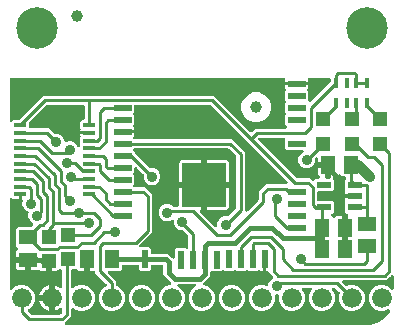
<source format=gbr>
G04 EAGLE Gerber RS-274X export*
G75*
%MOMM*%
%FSLAX34Y34*%
%LPD*%
%INTop Copper*%
%IPPOS*%
%AMOC8*
5,1,8,0,0,1.08239X$1,22.5*%
G01*
%ADD10R,1.500000X0.500000*%
%ADD11R,0.500000X1.500000*%
%ADD12R,3.700000X3.700000*%
%ADD13R,0.990600X0.304800*%
%ADD14R,1.200000X0.550000*%
%ADD15R,1.240000X1.500000*%
%ADD16R,1.200000X1.500000*%
%ADD17C,3.516000*%
%ADD18C,1.000000*%
%ADD19C,1.676400*%
%ADD20R,1.500000X1.240000*%
%ADD21R,1.300000X1.200000*%
%ADD22R,1.200000X1.200000*%
%ADD23R,0.450000X0.900000*%
%ADD24C,0.906400*%
%ADD25C,0.406400*%
%ADD26C,0.254000*%
%ADD27C,0.812800*%

G36*
X304822Y2543D02*
X304822Y2543D01*
X304900Y2545D01*
X308277Y2810D01*
X308345Y2824D01*
X308414Y2829D01*
X308570Y2869D01*
X314994Y4956D01*
X315101Y5006D01*
X315212Y5050D01*
X315263Y5083D01*
X315282Y5091D01*
X315297Y5104D01*
X315348Y5136D01*
X320812Y9107D01*
X320899Y9188D01*
X320946Y9227D01*
X320952Y9231D01*
X320953Y9232D01*
X320991Y9264D01*
X321029Y9310D01*
X321044Y9324D01*
X321055Y9342D01*
X321093Y9388D01*
X324349Y13869D01*
X324412Y13982D01*
X324479Y14093D01*
X324488Y14121D01*
X324503Y14148D01*
X324535Y14273D01*
X324573Y14397D01*
X324574Y14427D01*
X324582Y14456D01*
X324582Y14585D01*
X324588Y14714D01*
X324582Y14744D01*
X324582Y14774D01*
X324550Y14899D01*
X324524Y15026D01*
X324510Y15053D01*
X324503Y15082D01*
X324441Y15195D01*
X324384Y15311D01*
X324364Y15334D01*
X324350Y15361D01*
X324261Y15455D01*
X324178Y15553D01*
X324153Y15571D01*
X324132Y15593D01*
X324023Y15662D01*
X323918Y15736D01*
X323889Y15747D01*
X323864Y15763D01*
X323741Y15803D01*
X323620Y15849D01*
X323590Y15853D01*
X323562Y15862D01*
X323433Y15870D01*
X323304Y15884D01*
X323274Y15880D01*
X323244Y15882D01*
X323117Y15858D01*
X322989Y15840D01*
X322948Y15826D01*
X322932Y15823D01*
X322912Y15814D01*
X322837Y15788D01*
X319673Y14477D01*
X315327Y14477D01*
X311313Y16140D01*
X308240Y19213D01*
X306577Y23227D01*
X306577Y27573D01*
X308240Y31587D01*
X311313Y34660D01*
X315327Y36323D01*
X319673Y36323D01*
X323687Y34660D01*
X325493Y32855D01*
X325602Y32769D01*
X325709Y32681D01*
X325728Y32672D01*
X325744Y32660D01*
X325872Y32604D01*
X325997Y32545D01*
X326017Y32541D01*
X326036Y32533D01*
X326174Y32511D01*
X326310Y32485D01*
X326330Y32487D01*
X326350Y32483D01*
X326489Y32496D01*
X326627Y32505D01*
X326646Y32511D01*
X326666Y32513D01*
X326798Y32560D01*
X326929Y32603D01*
X326947Y32614D01*
X326966Y32621D01*
X327081Y32699D01*
X327198Y32773D01*
X327212Y32788D01*
X327229Y32799D01*
X327321Y32904D01*
X327416Y33005D01*
X327426Y33023D01*
X327439Y33038D01*
X327503Y33162D01*
X327570Y33283D01*
X327575Y33303D01*
X327584Y33321D01*
X327614Y33457D01*
X327649Y33591D01*
X327651Y33619D01*
X327654Y33631D01*
X327653Y33652D01*
X327659Y33752D01*
X327659Y43616D01*
X327642Y43754D01*
X327629Y43892D01*
X327622Y43911D01*
X327619Y43931D01*
X327568Y44061D01*
X327521Y44192D01*
X327510Y44208D01*
X327502Y44227D01*
X327421Y44339D01*
X327343Y44455D01*
X327327Y44468D01*
X327316Y44484D01*
X327209Y44573D01*
X327104Y44665D01*
X327086Y44674D01*
X327071Y44687D01*
X326945Y44746D01*
X326821Y44810D01*
X326801Y44814D01*
X326783Y44823D01*
X326647Y44849D01*
X326511Y44879D01*
X326490Y44879D01*
X326471Y44883D01*
X326332Y44874D01*
X326193Y44870D01*
X326173Y44864D01*
X326153Y44863D01*
X326021Y44820D01*
X325887Y44781D01*
X325870Y44771D01*
X325851Y44765D01*
X325733Y44690D01*
X325613Y44620D01*
X325592Y44601D01*
X325582Y44595D01*
X325568Y44580D01*
X325492Y44513D01*
X325057Y44077D01*
X324223Y43244D01*
X324222Y43243D01*
X321618Y40639D01*
X285314Y40639D01*
X285177Y40622D01*
X285038Y40609D01*
X285019Y40602D01*
X284999Y40599D01*
X284870Y40548D01*
X284739Y40501D01*
X284722Y40490D01*
X284703Y40482D01*
X284591Y40401D01*
X284475Y40323D01*
X284462Y40307D01*
X284446Y40296D01*
X284357Y40188D01*
X284265Y40084D01*
X284256Y40066D01*
X284243Y40051D01*
X284184Y39925D01*
X284120Y39801D01*
X284116Y39781D01*
X284107Y39763D01*
X284081Y39627D01*
X284051Y39491D01*
X284051Y39470D01*
X284047Y39451D01*
X284056Y39312D01*
X284060Y39173D01*
X284066Y39153D01*
X284067Y39133D01*
X284110Y39001D01*
X284149Y38867D01*
X284159Y38850D01*
X284165Y38831D01*
X284240Y38713D01*
X284310Y38593D01*
X284329Y38572D01*
X284335Y38562D01*
X284350Y38548D01*
X284356Y38541D01*
X284357Y38541D01*
X284417Y38473D01*
X286951Y35938D01*
X286975Y35920D01*
X286994Y35897D01*
X287100Y35823D01*
X287202Y35743D01*
X287230Y35731D01*
X287254Y35714D01*
X287375Y35668D01*
X287494Y35617D01*
X287523Y35612D01*
X287551Y35602D01*
X287680Y35587D01*
X287808Y35567D01*
X287838Y35570D01*
X287867Y35566D01*
X287996Y35585D01*
X288125Y35597D01*
X288153Y35607D01*
X288182Y35611D01*
X288334Y35663D01*
X289927Y36323D01*
X294273Y36323D01*
X298287Y34660D01*
X301360Y31587D01*
X303023Y27573D01*
X303023Y23227D01*
X301360Y19213D01*
X298287Y16140D01*
X294273Y14477D01*
X289927Y14477D01*
X285913Y16140D01*
X282840Y19213D01*
X281177Y23227D01*
X281177Y27573D01*
X281837Y29166D01*
X281845Y29194D01*
X281858Y29220D01*
X281887Y29347D01*
X281921Y29472D01*
X281922Y29502D01*
X281928Y29531D01*
X281924Y29660D01*
X281926Y29790D01*
X281919Y29819D01*
X281918Y29849D01*
X281882Y29973D01*
X281852Y30100D01*
X281838Y30126D01*
X281830Y30154D01*
X281764Y30266D01*
X281703Y30381D01*
X281683Y30403D01*
X281668Y30428D01*
X281562Y30549D01*
X278193Y33918D01*
X278115Y33978D01*
X278043Y34046D01*
X277990Y34075D01*
X277942Y34112D01*
X277851Y34152D01*
X277764Y34200D01*
X277706Y34215D01*
X277650Y34239D01*
X277552Y34254D01*
X277457Y34279D01*
X277356Y34285D01*
X277336Y34289D01*
X277324Y34287D01*
X277296Y34289D01*
X276322Y34289D01*
X276184Y34272D01*
X276046Y34259D01*
X276027Y34252D01*
X276006Y34249D01*
X275877Y34198D01*
X275746Y34151D01*
X275730Y34140D01*
X275711Y34132D01*
X275598Y34051D01*
X275483Y33973D01*
X275470Y33957D01*
X275453Y33946D01*
X275365Y33838D01*
X275273Y33734D01*
X275264Y33716D01*
X275251Y33701D01*
X275191Y33575D01*
X275128Y33451D01*
X275124Y33431D01*
X275115Y33413D01*
X275089Y33276D01*
X275059Y33141D01*
X275059Y33120D01*
X275055Y33101D01*
X275064Y32962D01*
X275068Y32823D01*
X275074Y32803D01*
X275075Y32783D01*
X275118Y32651D01*
X275157Y32517D01*
X275167Y32500D01*
X275173Y32481D01*
X275247Y32363D01*
X275318Y32243D01*
X275337Y32222D01*
X275343Y32212D01*
X275358Y32198D01*
X275359Y32197D01*
X275361Y32195D01*
X275363Y32192D01*
X275425Y32123D01*
X275960Y31587D01*
X277623Y27573D01*
X277623Y23227D01*
X275960Y19213D01*
X272887Y16140D01*
X268873Y14477D01*
X264527Y14477D01*
X260513Y16140D01*
X257440Y19213D01*
X255777Y23227D01*
X255777Y27573D01*
X257440Y31587D01*
X257975Y32123D01*
X258060Y32232D01*
X258149Y32339D01*
X258158Y32358D01*
X258170Y32374D01*
X258226Y32502D01*
X258285Y32627D01*
X258289Y32647D01*
X258297Y32666D01*
X258319Y32804D01*
X258345Y32940D01*
X258343Y32960D01*
X258347Y32980D01*
X258334Y33119D01*
X258325Y33257D01*
X258319Y33276D01*
X258317Y33296D01*
X258270Y33427D01*
X258227Y33559D01*
X258216Y33577D01*
X258209Y33596D01*
X258131Y33710D01*
X258057Y33828D01*
X258042Y33842D01*
X258031Y33859D01*
X257927Y33951D01*
X257825Y34046D01*
X257807Y34056D01*
X257792Y34069D01*
X257668Y34132D01*
X257547Y34200D01*
X257527Y34205D01*
X257509Y34214D01*
X257373Y34244D01*
X257239Y34279D01*
X257211Y34281D01*
X257199Y34284D01*
X257178Y34283D01*
X257078Y34289D01*
X250922Y34289D01*
X250784Y34272D01*
X250646Y34259D01*
X250627Y34252D01*
X250606Y34249D01*
X250477Y34198D01*
X250346Y34151D01*
X250330Y34140D01*
X250311Y34132D01*
X250198Y34051D01*
X250083Y33973D01*
X250070Y33957D01*
X250053Y33946D01*
X249965Y33838D01*
X249873Y33734D01*
X249864Y33716D01*
X249851Y33701D01*
X249791Y33575D01*
X249728Y33451D01*
X249724Y33431D01*
X249715Y33413D01*
X249689Y33276D01*
X249659Y33141D01*
X249659Y33120D01*
X249655Y33101D01*
X249664Y32962D01*
X249668Y32823D01*
X249674Y32803D01*
X249675Y32783D01*
X249718Y32651D01*
X249757Y32517D01*
X249767Y32500D01*
X249773Y32481D01*
X249847Y32363D01*
X249918Y32243D01*
X249937Y32222D01*
X249943Y32212D01*
X249958Y32198D01*
X249959Y32197D01*
X249961Y32195D01*
X249963Y32192D01*
X250025Y32123D01*
X250560Y31587D01*
X252223Y27573D01*
X252223Y23227D01*
X250560Y19213D01*
X247487Y16140D01*
X243473Y14477D01*
X239127Y14477D01*
X235113Y16140D01*
X232040Y19213D01*
X230377Y23227D01*
X230377Y27218D01*
X230362Y27336D01*
X230355Y27455D01*
X230342Y27493D01*
X230337Y27534D01*
X230294Y27644D01*
X230257Y27757D01*
X230235Y27792D01*
X230220Y27829D01*
X230151Y27925D01*
X230087Y28026D01*
X230057Y28054D01*
X230034Y28087D01*
X229942Y28163D01*
X229855Y28244D01*
X229820Y28264D01*
X229789Y28289D01*
X229681Y28340D01*
X229577Y28398D01*
X229537Y28408D01*
X229501Y28425D01*
X229384Y28447D01*
X229269Y28477D01*
X229209Y28481D01*
X229189Y28485D01*
X229168Y28483D01*
X229108Y28487D01*
X228092Y28487D01*
X227974Y28472D01*
X227855Y28465D01*
X227817Y28452D01*
X227776Y28447D01*
X227666Y28404D01*
X227553Y28367D01*
X227518Y28345D01*
X227481Y28330D01*
X227385Y28261D01*
X227284Y28197D01*
X227256Y28167D01*
X227223Y28144D01*
X227147Y28052D01*
X227066Y27965D01*
X227046Y27930D01*
X227021Y27899D01*
X226970Y27791D01*
X226912Y27687D01*
X226902Y27647D01*
X226885Y27611D01*
X226863Y27494D01*
X226833Y27379D01*
X226829Y27319D01*
X226825Y27299D01*
X226827Y27278D01*
X226823Y27218D01*
X226823Y23227D01*
X225160Y19213D01*
X222087Y16140D01*
X218073Y14477D01*
X213727Y14477D01*
X209713Y16140D01*
X206640Y19213D01*
X204977Y23227D01*
X204977Y27573D01*
X206640Y31587D01*
X209713Y34660D01*
X213727Y36323D01*
X218073Y36323D01*
X219772Y35619D01*
X219820Y35606D01*
X219865Y35584D01*
X219973Y35564D01*
X220079Y35535D01*
X220129Y35534D01*
X220178Y35525D01*
X220287Y35531D01*
X220397Y35530D01*
X220445Y35541D01*
X220495Y35544D01*
X220599Y35578D01*
X220706Y35604D01*
X220750Y35627D01*
X220797Y35642D01*
X220890Y35701D01*
X220987Y35753D01*
X221024Y35786D01*
X221066Y35813D01*
X221141Y35893D01*
X221223Y35966D01*
X221250Y36008D01*
X221284Y36044D01*
X221337Y36140D01*
X221397Y36232D01*
X221414Y36279D01*
X221438Y36323D01*
X221459Y36404D01*
X221465Y36418D01*
X221470Y36443D01*
X221501Y36533D01*
X221505Y36583D01*
X221517Y36631D01*
X221523Y36720D01*
X221525Y36730D01*
X221524Y36741D01*
X221527Y36791D01*
X221527Y36967D01*
X222604Y39566D01*
X224594Y41556D01*
X224805Y41644D01*
X224848Y41668D01*
X224895Y41685D01*
X224986Y41747D01*
X225082Y41801D01*
X225117Y41836D01*
X225158Y41864D01*
X225231Y41946D01*
X225310Y42022D01*
X225336Y42065D01*
X225369Y42102D01*
X225419Y42200D01*
X225476Y42294D01*
X225491Y42341D01*
X225513Y42385D01*
X225537Y42492D01*
X225570Y42597D01*
X225572Y42647D01*
X225583Y42696D01*
X225580Y42805D01*
X225585Y42915D01*
X225575Y42964D01*
X225573Y43013D01*
X225543Y43119D01*
X225521Y43227D01*
X225499Y43271D01*
X225485Y43319D01*
X225429Y43414D01*
X225381Y43512D01*
X225349Y43550D01*
X225323Y43593D01*
X225217Y43714D01*
X222249Y46682D01*
X222249Y46880D01*
X222234Y46998D01*
X222227Y47117D01*
X222214Y47155D01*
X222209Y47196D01*
X222166Y47306D01*
X222129Y47419D01*
X222107Y47454D01*
X222092Y47491D01*
X222022Y47588D01*
X221959Y47688D01*
X221929Y47716D01*
X221906Y47749D01*
X221814Y47825D01*
X221727Y47906D01*
X221692Y47926D01*
X221661Y47951D01*
X221553Y48002D01*
X221449Y48060D01*
X221409Y48070D01*
X221373Y48087D01*
X221256Y48109D01*
X221141Y48139D01*
X221081Y48143D01*
X221061Y48147D01*
X221040Y48145D01*
X220980Y48149D01*
X220019Y48149D01*
X220019Y58190D01*
X220004Y58308D01*
X219997Y58427D01*
X219985Y58465D01*
X219980Y58505D01*
X219936Y58616D01*
X219899Y58729D01*
X219877Y58763D01*
X219863Y58801D01*
X219793Y58897D01*
X219729Y58998D01*
X219699Y59026D01*
X219676Y59058D01*
X219584Y59134D01*
X219497Y59216D01*
X219462Y59235D01*
X219431Y59261D01*
X219323Y59312D01*
X219219Y59369D01*
X219180Y59379D01*
X219143Y59397D01*
X219026Y59419D01*
X218911Y59449D01*
X218851Y59453D01*
X218831Y59456D01*
X218830Y59456D01*
X218810Y59455D01*
X218750Y59459D01*
X218632Y59444D01*
X218513Y59437D01*
X218474Y59424D01*
X218434Y59419D01*
X218324Y59375D01*
X218210Y59339D01*
X218176Y59317D01*
X218139Y59302D01*
X218042Y59232D01*
X217942Y59168D01*
X217914Y59139D01*
X217881Y59115D01*
X217805Y59023D01*
X217724Y58937D01*
X217704Y58901D01*
X217678Y58870D01*
X217628Y58763D01*
X217570Y58658D01*
X217560Y58619D01*
X217543Y58583D01*
X217521Y58466D01*
X217491Y58350D01*
X217487Y58290D01*
X217483Y58270D01*
X217484Y58250D01*
X217481Y58190D01*
X217481Y48149D01*
X215916Y48149D01*
X215269Y48322D01*
X214690Y48657D01*
X214568Y48779D01*
X214473Y48852D01*
X214384Y48931D01*
X214348Y48949D01*
X214316Y48974D01*
X214207Y49022D01*
X214101Y49076D01*
X214062Y49085D01*
X214024Y49101D01*
X213907Y49119D01*
X213791Y49145D01*
X213750Y49144D01*
X213710Y49150D01*
X213592Y49139D01*
X213473Y49136D01*
X213434Y49124D01*
X213394Y49121D01*
X213281Y49080D01*
X213167Y49047D01*
X213133Y49027D01*
X213094Y49013D01*
X212996Y48946D01*
X212893Y48886D01*
X212848Y48846D01*
X212831Y48834D01*
X212818Y48819D01*
X212773Y48779D01*
X212142Y48149D01*
X205038Y48149D01*
X204407Y48779D01*
X204313Y48852D01*
X204224Y48931D01*
X204188Y48949D01*
X204156Y48974D01*
X204047Y49022D01*
X203941Y49076D01*
X203902Y49085D01*
X203864Y49101D01*
X203747Y49119D01*
X203631Y49145D01*
X203590Y49144D01*
X203550Y49150D01*
X203432Y49139D01*
X203313Y49136D01*
X203274Y49124D01*
X203234Y49121D01*
X203122Y49080D01*
X203007Y49047D01*
X202972Y49027D01*
X202934Y49013D01*
X202836Y48946D01*
X202733Y48886D01*
X202688Y48846D01*
X202671Y48834D01*
X202658Y48819D01*
X202612Y48779D01*
X201982Y48149D01*
X194878Y48149D01*
X194247Y48779D01*
X194153Y48852D01*
X194064Y48931D01*
X194028Y48949D01*
X193996Y48974D01*
X193887Y49022D01*
X193781Y49076D01*
X193742Y49085D01*
X193704Y49101D01*
X193587Y49119D01*
X193471Y49145D01*
X193430Y49144D01*
X193390Y49150D01*
X193272Y49139D01*
X193153Y49136D01*
X193114Y49124D01*
X193074Y49121D01*
X192962Y49080D01*
X192847Y49047D01*
X192812Y49027D01*
X192774Y49013D01*
X192676Y48946D01*
X192573Y48886D01*
X192528Y48846D01*
X192511Y48834D01*
X192498Y48819D01*
X192452Y48779D01*
X191822Y48149D01*
X184718Y48149D01*
X184187Y48679D01*
X184093Y48752D01*
X184004Y48831D01*
X183968Y48849D01*
X183936Y48874D01*
X183827Y48922D01*
X183721Y48976D01*
X183682Y48985D01*
X183644Y49001D01*
X183527Y49019D01*
X183411Y49045D01*
X183370Y49044D01*
X183330Y49050D01*
X183212Y49039D01*
X183093Y49036D01*
X183054Y49024D01*
X183014Y49021D01*
X182902Y48980D01*
X182787Y48947D01*
X182752Y48927D01*
X182714Y48913D01*
X182616Y48846D01*
X182513Y48786D01*
X182468Y48746D01*
X182451Y48734D01*
X182438Y48719D01*
X182392Y48679D01*
X181662Y47949D01*
X174523Y47949D01*
X174473Y47991D01*
X174454Y48000D01*
X174438Y48012D01*
X174311Y48068D01*
X174185Y48127D01*
X174165Y48131D01*
X174146Y48139D01*
X174009Y48160D01*
X173872Y48187D01*
X173852Y48185D01*
X173832Y48188D01*
X173694Y48175D01*
X173555Y48167D01*
X173536Y48161D01*
X173516Y48159D01*
X173385Y48112D01*
X173253Y48069D01*
X173235Y48058D01*
X173216Y48051D01*
X173101Y47973D01*
X172984Y47899D01*
X172970Y47884D01*
X172953Y47873D01*
X172861Y47768D01*
X172766Y47667D01*
X172756Y47649D01*
X172743Y47634D01*
X172680Y47510D01*
X172612Y47389D01*
X172607Y47369D01*
X172598Y47351D01*
X172568Y47215D01*
X172533Y47081D01*
X172531Y47053D01*
X172528Y47041D01*
X172529Y47020D01*
X172523Y46920D01*
X172523Y44136D01*
X166803Y38417D01*
X166773Y38377D01*
X166736Y38344D01*
X166676Y38252D01*
X166609Y38165D01*
X166589Y38120D01*
X166561Y38078D01*
X166526Y37974D01*
X166482Y37874D01*
X166474Y37824D01*
X166458Y37777D01*
X166450Y37668D01*
X166432Y37559D01*
X166437Y37510D01*
X166433Y37460D01*
X166452Y37352D01*
X166462Y37243D01*
X166479Y37196D01*
X166487Y37147D01*
X166533Y37047D01*
X166570Y36944D01*
X166598Y36902D01*
X166618Y36857D01*
X166687Y36771D01*
X166748Y36680D01*
X166786Y36648D01*
X166817Y36609D01*
X166904Y36543D01*
X166987Y36470D01*
X167031Y36447D01*
X167071Y36417D01*
X167215Y36347D01*
X171287Y34660D01*
X174360Y31587D01*
X176023Y27573D01*
X176023Y23227D01*
X174360Y19213D01*
X171287Y16140D01*
X167273Y14477D01*
X162927Y14477D01*
X158913Y16140D01*
X155840Y19213D01*
X154177Y23227D01*
X154177Y27573D01*
X155840Y31587D01*
X158913Y34660D01*
X159481Y34895D01*
X159542Y34930D01*
X159607Y34956D01*
X159680Y35008D01*
X159758Y35053D01*
X159808Y35101D01*
X159864Y35142D01*
X159922Y35212D01*
X159986Y35274D01*
X160023Y35334D01*
X160067Y35387D01*
X160105Y35469D01*
X160152Y35545D01*
X160173Y35612D01*
X160203Y35675D01*
X160220Y35763D01*
X160246Y35849D01*
X160249Y35919D01*
X160262Y35988D01*
X160257Y36077D01*
X160261Y36167D01*
X160247Y36235D01*
X160243Y36305D01*
X160215Y36390D01*
X160197Y36478D01*
X160166Y36541D01*
X160145Y36607D01*
X160097Y36683D01*
X160057Y36764D01*
X160012Y36817D01*
X159974Y36876D01*
X159909Y36938D01*
X159851Y37006D01*
X159794Y37046D01*
X159743Y37094D01*
X159664Y37137D01*
X159591Y37189D01*
X159525Y37214D01*
X159464Y37248D01*
X159378Y37270D01*
X159293Y37302D01*
X159224Y37310D01*
X159156Y37327D01*
X158996Y37337D01*
X145804Y37337D01*
X145735Y37329D01*
X145665Y37330D01*
X145578Y37309D01*
X145489Y37297D01*
X145424Y37272D01*
X145356Y37255D01*
X145277Y37213D01*
X145193Y37180D01*
X145137Y37139D01*
X145075Y37107D01*
X145008Y37046D01*
X144936Y36994D01*
X144891Y36940D01*
X144840Y36893D01*
X144790Y36818D01*
X144733Y36749D01*
X144703Y36685D01*
X144665Y36627D01*
X144636Y36542D01*
X144597Y36461D01*
X144584Y36392D01*
X144562Y36326D01*
X144554Y36237D01*
X144538Y36149D01*
X144542Y36079D01*
X144536Y36009D01*
X144552Y35921D01*
X144557Y35831D01*
X144579Y35765D01*
X144591Y35696D01*
X144628Y35614D01*
X144655Y35529D01*
X144693Y35470D01*
X144721Y35406D01*
X144777Y35336D01*
X144826Y35260D01*
X144876Y35212D01*
X144920Y35158D01*
X144992Y35103D01*
X145057Y35042D01*
X145118Y35008D01*
X145174Y34966D01*
X145319Y34895D01*
X145887Y34660D01*
X148960Y31587D01*
X150623Y27573D01*
X150623Y23227D01*
X148960Y19213D01*
X145887Y16140D01*
X141873Y14477D01*
X137527Y14477D01*
X133513Y16140D01*
X130440Y19213D01*
X128777Y23227D01*
X128777Y27573D01*
X130440Y31587D01*
X133513Y34660D01*
X137527Y36323D01*
X138296Y36323D01*
X138434Y36340D01*
X138573Y36353D01*
X138592Y36360D01*
X138612Y36363D01*
X138741Y36414D01*
X138872Y36461D01*
X138889Y36472D01*
X138907Y36480D01*
X139020Y36561D01*
X139135Y36639D01*
X139148Y36655D01*
X139165Y36666D01*
X139254Y36774D01*
X139345Y36878D01*
X139355Y36896D01*
X139368Y36911D01*
X139427Y37037D01*
X139490Y37161D01*
X139495Y37181D01*
X139503Y37199D01*
X139529Y37336D01*
X139560Y37471D01*
X139559Y37492D01*
X139563Y37511D01*
X139554Y37650D01*
X139550Y37789D01*
X139544Y37809D01*
X139543Y37829D01*
X139500Y37961D01*
X139462Y38095D01*
X139451Y38112D01*
X139445Y38131D01*
X139371Y38249D01*
X139300Y38369D01*
X139282Y38390D01*
X139275Y38400D01*
X139260Y38414D01*
X139194Y38489D01*
X137296Y40388D01*
X132587Y45096D01*
X132587Y52348D01*
X132572Y52466D01*
X132565Y52585D01*
X132552Y52623D01*
X132547Y52664D01*
X132504Y52774D01*
X132467Y52887D01*
X132445Y52922D01*
X132430Y52959D01*
X132361Y53055D01*
X132297Y53156D01*
X132267Y53184D01*
X132244Y53217D01*
X132152Y53293D01*
X132065Y53374D01*
X132030Y53394D01*
X131999Y53419D01*
X131891Y53470D01*
X131787Y53528D01*
X131747Y53538D01*
X131711Y53555D01*
X131594Y53577D01*
X131479Y53607D01*
X131419Y53611D01*
X131399Y53615D01*
X131378Y53613D01*
X131318Y53617D01*
X123460Y53617D01*
X123342Y53602D01*
X123223Y53595D01*
X123185Y53582D01*
X123144Y53577D01*
X123034Y53534D01*
X122921Y53497D01*
X122886Y53475D01*
X122849Y53460D01*
X122753Y53391D01*
X122652Y53327D01*
X122624Y53297D01*
X122591Y53274D01*
X122515Y53182D01*
X122434Y53095D01*
X122414Y53060D01*
X122389Y53029D01*
X122338Y52921D01*
X122280Y52817D01*
X122270Y52777D01*
X122253Y52741D01*
X122231Y52624D01*
X122201Y52509D01*
X122197Y52449D01*
X122193Y52429D01*
X122195Y52408D01*
X122191Y52348D01*
X122191Y49638D01*
X120702Y48149D01*
X113598Y48149D01*
X112109Y49638D01*
X112109Y52348D01*
X112094Y52466D01*
X112087Y52585D01*
X112074Y52623D01*
X112069Y52664D01*
X112026Y52774D01*
X111989Y52887D01*
X111967Y52922D01*
X111952Y52959D01*
X111883Y53055D01*
X111819Y53156D01*
X111789Y53184D01*
X111766Y53217D01*
X111674Y53293D01*
X111587Y53374D01*
X111552Y53394D01*
X111521Y53419D01*
X111413Y53470D01*
X111309Y53528D01*
X111269Y53538D01*
X111233Y53555D01*
X111116Y53577D01*
X111001Y53607D01*
X110941Y53611D01*
X110921Y53615D01*
X110900Y53613D01*
X110840Y53617D01*
X99050Y53617D01*
X98932Y53602D01*
X98813Y53595D01*
X98775Y53582D01*
X98734Y53577D01*
X98624Y53534D01*
X98511Y53497D01*
X98476Y53475D01*
X98439Y53460D01*
X98343Y53391D01*
X98242Y53327D01*
X98214Y53297D01*
X98181Y53274D01*
X98105Y53182D01*
X98024Y53095D01*
X98004Y53060D01*
X97979Y53029D01*
X97928Y52921D01*
X97870Y52817D01*
X97860Y52777D01*
X97843Y52741D01*
X97821Y52624D01*
X97791Y52509D01*
X97787Y52449D01*
X97783Y52429D01*
X97785Y52408D01*
X97781Y52348D01*
X97781Y49868D01*
X96292Y48379D01*
X87074Y48379D01*
X86937Y48362D01*
X86798Y48349D01*
X86779Y48342D01*
X86759Y48339D01*
X86630Y48288D01*
X86499Y48241D01*
X86482Y48230D01*
X86463Y48222D01*
X86350Y48141D01*
X86235Y48063D01*
X86222Y48047D01*
X86206Y48036D01*
X86117Y47928D01*
X86025Y47824D01*
X86016Y47806D01*
X86003Y47791D01*
X85944Y47665D01*
X85880Y47541D01*
X85876Y47521D01*
X85867Y47503D01*
X85841Y47367D01*
X85811Y47231D01*
X85811Y47210D01*
X85807Y47191D01*
X85816Y47052D01*
X85820Y46913D01*
X85826Y46893D01*
X85827Y46873D01*
X85870Y46741D01*
X85909Y46607D01*
X85919Y46590D01*
X85925Y46571D01*
X86000Y46453D01*
X86070Y46333D01*
X86089Y46312D01*
X86095Y46302D01*
X86110Y46288D01*
X86177Y46213D01*
X92711Y39678D01*
X92711Y36492D01*
X92714Y36463D01*
X92712Y36434D01*
X92734Y36305D01*
X92751Y36177D01*
X92761Y36149D01*
X92766Y36120D01*
X92820Y36002D01*
X92868Y35881D01*
X92885Y35857D01*
X92897Y35830D01*
X92978Y35729D01*
X93054Y35624D01*
X93077Y35605D01*
X93096Y35582D01*
X93199Y35504D01*
X93299Y35421D01*
X93326Y35408D01*
X93350Y35391D01*
X93494Y35320D01*
X95087Y34660D01*
X98160Y31587D01*
X99823Y27573D01*
X99823Y23227D01*
X98160Y19213D01*
X95087Y16140D01*
X91073Y14477D01*
X86727Y14477D01*
X82713Y16140D01*
X79640Y19213D01*
X77977Y23227D01*
X77977Y27573D01*
X79640Y31587D01*
X82713Y34660D01*
X83955Y35174D01*
X83998Y35199D01*
X84045Y35216D01*
X84135Y35277D01*
X84231Y35332D01*
X84267Y35366D01*
X84308Y35394D01*
X84380Y35476D01*
X84459Y35553D01*
X84485Y35596D01*
X84518Y35633D01*
X84568Y35730D01*
X84626Y35824D01*
X84640Y35872D01*
X84663Y35916D01*
X84687Y36023D01*
X84719Y36128D01*
X84722Y36178D01*
X84732Y36226D01*
X84729Y36336D01*
X84734Y36446D01*
X84724Y36494D01*
X84723Y36544D01*
X84692Y36650D01*
X84670Y36757D01*
X84648Y36802D01*
X84634Y36850D01*
X84579Y36944D01*
X84530Y37043D01*
X84498Y37081D01*
X84473Y37124D01*
X84366Y37244D01*
X77533Y44077D01*
X74929Y46682D01*
X74929Y47110D01*
X74914Y47228D01*
X74907Y47347D01*
X74894Y47385D01*
X74889Y47426D01*
X74846Y47536D01*
X74809Y47649D01*
X74787Y47684D01*
X74772Y47721D01*
X74703Y47817D01*
X74639Y47918D01*
X74609Y47946D01*
X74586Y47979D01*
X74494Y48055D01*
X74407Y48136D01*
X74372Y48156D01*
X74341Y48181D01*
X74233Y48232D01*
X74129Y48290D01*
X74089Y48300D01*
X74053Y48317D01*
X73936Y48339D01*
X73821Y48369D01*
X73761Y48373D01*
X73741Y48377D01*
X73720Y48375D01*
X73660Y48379D01*
X70779Y48379D01*
X70779Y57150D01*
X70764Y57268D01*
X70757Y57387D01*
X70744Y57425D01*
X70739Y57465D01*
X70695Y57576D01*
X70659Y57689D01*
X70637Y57724D01*
X70622Y57761D01*
X70552Y57857D01*
X70489Y57958D01*
X70459Y57986D01*
X70435Y58018D01*
X70344Y58094D01*
X70257Y58176D01*
X70222Y58195D01*
X70190Y58221D01*
X70083Y58272D01*
X69979Y58329D01*
X69939Y58340D01*
X69903Y58357D01*
X69786Y58379D01*
X69671Y58409D01*
X69610Y58413D01*
X69590Y58417D01*
X69570Y58415D01*
X69510Y58419D01*
X66970Y58419D01*
X66852Y58404D01*
X66733Y58397D01*
X66695Y58384D01*
X66655Y58379D01*
X66544Y58335D01*
X66431Y58299D01*
X66396Y58277D01*
X66359Y58262D01*
X66263Y58192D01*
X66162Y58129D01*
X66134Y58099D01*
X66101Y58075D01*
X66026Y57984D01*
X65944Y57897D01*
X65924Y57862D01*
X65899Y57830D01*
X65848Y57723D01*
X65790Y57619D01*
X65780Y57579D01*
X65763Y57543D01*
X65741Y57426D01*
X65711Y57311D01*
X65707Y57250D01*
X65703Y57230D01*
X65705Y57210D01*
X65704Y57203D01*
X65703Y57199D01*
X65704Y57195D01*
X65701Y57150D01*
X65701Y48379D01*
X61906Y48379D01*
X61259Y48552D01*
X60680Y48887D01*
X60160Y49406D01*
X60153Y49418D01*
X60114Y49455D01*
X60081Y49498D01*
X59999Y49564D01*
X59921Y49636D01*
X59874Y49662D01*
X59832Y49695D01*
X59736Y49738D01*
X59643Y49790D01*
X59591Y49803D01*
X59542Y49825D01*
X59437Y49843D01*
X59335Y49869D01*
X59250Y49874D01*
X59228Y49878D01*
X59213Y49877D01*
X59174Y49879D01*
X55880Y49879D01*
X55762Y49864D01*
X55643Y49857D01*
X55605Y49844D01*
X55564Y49839D01*
X55454Y49796D01*
X55341Y49759D01*
X55306Y49737D01*
X55269Y49722D01*
X55173Y49653D01*
X55072Y49589D01*
X55044Y49559D01*
X55011Y49536D01*
X54935Y49444D01*
X54854Y49357D01*
X54834Y49322D01*
X54809Y49291D01*
X54758Y49183D01*
X54700Y49079D01*
X54690Y49039D01*
X54673Y49003D01*
X54651Y48886D01*
X54621Y48771D01*
X54617Y48711D01*
X54613Y48691D01*
X54615Y48670D01*
X54611Y48610D01*
X54611Y35022D01*
X54628Y34884D01*
X54641Y34746D01*
X54648Y34727D01*
X54651Y34706D01*
X54702Y34577D01*
X54749Y34446D01*
X54760Y34430D01*
X54768Y34411D01*
X54849Y34298D01*
X54927Y34183D01*
X54943Y34170D01*
X54954Y34153D01*
X55062Y34065D01*
X55166Y33973D01*
X55184Y33964D01*
X55199Y33951D01*
X55325Y33891D01*
X55449Y33828D01*
X55469Y33824D01*
X55487Y33815D01*
X55624Y33789D01*
X55759Y33759D01*
X55780Y33759D01*
X55799Y33755D01*
X55938Y33764D01*
X56077Y33768D01*
X56097Y33774D01*
X56117Y33775D01*
X56249Y33818D01*
X56383Y33857D01*
X56400Y33867D01*
X56419Y33873D01*
X56537Y33947D01*
X56657Y34018D01*
X56678Y34037D01*
X56688Y34043D01*
X56702Y34058D01*
X56777Y34125D01*
X57313Y34660D01*
X61327Y36323D01*
X65673Y36323D01*
X69687Y34660D01*
X72760Y31587D01*
X74423Y27573D01*
X74423Y23227D01*
X72760Y19213D01*
X69687Y16140D01*
X65673Y14477D01*
X61327Y14477D01*
X57313Y16140D01*
X56777Y16675D01*
X56668Y16760D01*
X56561Y16849D01*
X56542Y16858D01*
X56526Y16870D01*
X56398Y16926D01*
X56273Y16985D01*
X56253Y16989D01*
X56234Y16997D01*
X56096Y17019D01*
X55960Y17045D01*
X55940Y17043D01*
X55920Y17047D01*
X55781Y17034D01*
X55643Y17025D01*
X55624Y17019D01*
X55604Y17017D01*
X55473Y16970D01*
X55341Y16927D01*
X55323Y16916D01*
X55304Y16909D01*
X55190Y16831D01*
X55072Y16757D01*
X55058Y16742D01*
X55041Y16731D01*
X54949Y16627D01*
X54854Y16525D01*
X54844Y16507D01*
X54831Y16492D01*
X54768Y16368D01*
X54700Y16247D01*
X54695Y16227D01*
X54686Y16209D01*
X54656Y16073D01*
X54621Y15939D01*
X54619Y15911D01*
X54616Y15899D01*
X54617Y15878D01*
X54611Y15778D01*
X54611Y9852D01*
X51172Y6413D01*
X49467Y4707D01*
X49381Y4598D01*
X49293Y4491D01*
X49284Y4472D01*
X49272Y4456D01*
X49216Y4328D01*
X49157Y4203D01*
X49153Y4183D01*
X49145Y4164D01*
X49123Y4026D01*
X49097Y3890D01*
X49099Y3870D01*
X49096Y3850D01*
X49109Y3711D01*
X49117Y3573D01*
X49123Y3554D01*
X49125Y3534D01*
X49173Y3402D01*
X49215Y3271D01*
X49226Y3253D01*
X49233Y3234D01*
X49311Y3119D01*
X49385Y3002D01*
X49400Y2988D01*
X49412Y2971D01*
X49516Y2879D01*
X49617Y2784D01*
X49635Y2774D01*
X49650Y2761D01*
X49774Y2697D01*
X49896Y2630D01*
X49915Y2625D01*
X49933Y2616D01*
X50069Y2586D01*
X50203Y2551D01*
X50232Y2549D01*
X50243Y2546D01*
X50264Y2547D01*
X50364Y2541D01*
X304800Y2541D01*
X304822Y2543D01*
G37*
G36*
X207088Y165947D02*
X207088Y165947D01*
X207207Y165950D01*
X207246Y165962D01*
X207286Y165965D01*
X207399Y166006D01*
X207513Y166039D01*
X207547Y166059D01*
X207586Y166073D01*
X207684Y166140D01*
X207787Y166200D01*
X207832Y166240D01*
X207849Y166252D01*
X207862Y166267D01*
X207907Y166307D01*
X210512Y168911D01*
X236212Y168911D01*
X236349Y168928D01*
X236488Y168941D01*
X236507Y168948D01*
X236527Y168951D01*
X236656Y169002D01*
X236788Y169049D01*
X236804Y169060D01*
X236823Y169068D01*
X236936Y169149D01*
X237051Y169227D01*
X237064Y169243D01*
X237080Y169254D01*
X237169Y169362D01*
X237261Y169466D01*
X237270Y169484D01*
X237283Y169499D01*
X237343Y169625D01*
X237406Y169749D01*
X237410Y169769D01*
X237419Y169787D01*
X237445Y169923D01*
X237475Y170059D01*
X237475Y170080D01*
X237479Y170099D01*
X237470Y170238D01*
X237466Y170377D01*
X237460Y170397D01*
X237459Y170417D01*
X237416Y170549D01*
X237377Y170683D01*
X237367Y170700D01*
X237361Y170719D01*
X237286Y170837D01*
X237216Y170957D01*
X237197Y170978D01*
X237191Y170988D01*
X237176Y171002D01*
X237109Y171077D01*
X235409Y172778D01*
X235409Y179882D01*
X236039Y180512D01*
X236112Y180606D01*
X236191Y180696D01*
X236210Y180732D01*
X236234Y180764D01*
X236282Y180873D01*
X236336Y180979D01*
X236345Y181018D01*
X236361Y181056D01*
X236379Y181173D01*
X236405Y181289D01*
X236404Y181330D01*
X236410Y181370D01*
X236399Y181488D01*
X236396Y181607D01*
X236384Y181646D01*
X236381Y181686D01*
X236340Y181799D01*
X236307Y181913D01*
X236287Y181947D01*
X236273Y181986D01*
X236206Y182084D01*
X236146Y182187D01*
X236106Y182232D01*
X236094Y182249D01*
X236079Y182262D01*
X236039Y182307D01*
X235409Y182938D01*
X235409Y190042D01*
X236039Y190672D01*
X236112Y190766D01*
X236191Y190856D01*
X236210Y190892D01*
X236234Y190924D01*
X236282Y191033D01*
X236336Y191139D01*
X236345Y191178D01*
X236361Y191216D01*
X236379Y191333D01*
X236405Y191449D01*
X236404Y191490D01*
X236410Y191530D01*
X236399Y191648D01*
X236396Y191767D01*
X236384Y191806D01*
X236381Y191846D01*
X236340Y191959D01*
X236307Y192073D01*
X236287Y192107D01*
X236273Y192146D01*
X236206Y192244D01*
X236146Y192347D01*
X236106Y192392D01*
X236094Y192409D01*
X236079Y192422D01*
X236039Y192467D01*
X235409Y193098D01*
X235409Y200202D01*
X236039Y200833D01*
X236112Y200927D01*
X236191Y201016D01*
X236210Y201052D01*
X236234Y201084D01*
X236282Y201193D01*
X236336Y201299D01*
X236345Y201339D01*
X236361Y201376D01*
X236379Y201494D01*
X236405Y201609D01*
X236404Y201650D01*
X236411Y201690D01*
X236399Y201809D01*
X236396Y201927D01*
X236384Y201966D01*
X236381Y202006D01*
X236340Y202119D01*
X236307Y202233D01*
X236287Y202268D01*
X236273Y202306D01*
X236206Y202404D01*
X236146Y202507D01*
X236106Y202552D01*
X236095Y202569D01*
X236079Y202582D01*
X236039Y202628D01*
X235917Y202750D01*
X235582Y203329D01*
X235409Y203976D01*
X235409Y205541D01*
X245450Y205541D01*
X255491Y205541D01*
X255491Y203976D01*
X255318Y203329D01*
X254983Y202750D01*
X254861Y202628D01*
X254788Y202533D01*
X254709Y202444D01*
X254690Y202408D01*
X254666Y202376D01*
X254618Y202267D01*
X254564Y202161D01*
X254555Y202122D01*
X254539Y202084D01*
X254521Y201967D01*
X254495Y201851D01*
X254496Y201810D01*
X254490Y201770D01*
X254501Y201652D01*
X254504Y201533D01*
X254516Y201494D01*
X254519Y201454D01*
X254560Y201342D01*
X254593Y201227D01*
X254613Y201192D01*
X254627Y201154D01*
X254694Y201056D01*
X254754Y200953D01*
X254794Y200908D01*
X254805Y200891D01*
X254821Y200878D01*
X254861Y200833D01*
X255491Y200202D01*
X255491Y192734D01*
X255508Y192597D01*
X255521Y192458D01*
X255528Y192439D01*
X255531Y192419D01*
X255582Y192290D01*
X255629Y192159D01*
X255640Y192142D01*
X255648Y192123D01*
X255729Y192011D01*
X255807Y191895D01*
X255823Y191882D01*
X255834Y191866D01*
X255942Y191777D01*
X256046Y191685D01*
X256064Y191676D01*
X256079Y191663D01*
X256205Y191604D01*
X256329Y191540D01*
X256349Y191536D01*
X256367Y191527D01*
X256503Y191501D01*
X256639Y191471D01*
X256660Y191471D01*
X256679Y191467D01*
X256818Y191476D01*
X256957Y191480D01*
X256977Y191486D01*
X256997Y191487D01*
X257129Y191530D01*
X257263Y191569D01*
X257280Y191579D01*
X257299Y191585D01*
X257417Y191660D01*
X257537Y191730D01*
X257558Y191749D01*
X257568Y191755D01*
X257582Y191770D01*
X257657Y191837D01*
X273938Y208117D01*
X273998Y208195D01*
X274066Y208267D01*
X274095Y208320D01*
X274132Y208368D01*
X274172Y208459D01*
X274220Y208546D01*
X274235Y208604D01*
X274259Y208660D01*
X274274Y208758D01*
X274299Y208853D01*
X274305Y208954D01*
X274309Y208974D01*
X274307Y208986D01*
X274309Y209014D01*
X274309Y210820D01*
X274294Y210938D01*
X274287Y211057D01*
X274274Y211095D01*
X274269Y211136D01*
X274226Y211246D01*
X274189Y211359D01*
X274167Y211394D01*
X274152Y211431D01*
X274083Y211527D01*
X274019Y211628D01*
X273989Y211656D01*
X273966Y211689D01*
X273874Y211765D01*
X273787Y211846D01*
X273752Y211866D01*
X273721Y211891D01*
X273613Y211942D01*
X273509Y212000D01*
X273469Y212010D01*
X273433Y212027D01*
X273316Y212049D01*
X273201Y212079D01*
X273141Y212083D01*
X273121Y212087D01*
X273100Y212085D01*
X273040Y212089D01*
X256478Y212089D01*
X256346Y212073D01*
X256214Y212062D01*
X256189Y212053D01*
X256162Y212049D01*
X256039Y212001D01*
X255914Y211957D01*
X255891Y211942D01*
X255866Y211932D01*
X255759Y211855D01*
X255649Y211781D01*
X255631Y211761D01*
X255609Y211746D01*
X255525Y211644D01*
X255436Y211545D01*
X255423Y211521D01*
X255406Y211501D01*
X255350Y211381D01*
X255288Y211264D01*
X255282Y211237D01*
X255271Y211213D01*
X255246Y211083D01*
X255215Y210954D01*
X255216Y210927D01*
X255211Y210901D01*
X255219Y210768D01*
X255222Y210636D01*
X255229Y210610D01*
X255231Y210583D01*
X255271Y210457D01*
X255307Y210330D01*
X255307Y210328D01*
X255491Y209644D01*
X255491Y208079D01*
X245450Y208079D01*
X235409Y208079D01*
X235409Y209644D01*
X235605Y210376D01*
X235629Y210427D01*
X235634Y210454D01*
X235645Y210479D01*
X235664Y210610D01*
X235689Y210740D01*
X235687Y210766D01*
X235691Y210793D01*
X235678Y210925D01*
X235669Y211057D01*
X235661Y211083D01*
X235658Y211109D01*
X235612Y211234D01*
X235571Y211359D01*
X235557Y211382D01*
X235547Y211408D01*
X235472Y211516D01*
X235401Y211628D01*
X235381Y211647D01*
X235366Y211669D01*
X235266Y211755D01*
X235170Y211846D01*
X235146Y211859D01*
X235125Y211877D01*
X235007Y211936D01*
X234891Y212000D01*
X234865Y212006D01*
X234841Y212018D01*
X234711Y212046D01*
X234583Y212079D01*
X234545Y212081D01*
X234530Y212085D01*
X234508Y212084D01*
X234422Y212089D01*
X3810Y212089D01*
X3692Y212074D01*
X3573Y212067D01*
X3535Y212054D01*
X3494Y212049D01*
X3384Y212006D01*
X3271Y211969D01*
X3236Y211947D01*
X3199Y211932D01*
X3103Y211863D01*
X3002Y211799D01*
X2974Y211769D01*
X2941Y211746D01*
X2865Y211654D01*
X2784Y211567D01*
X2764Y211532D01*
X2739Y211501D01*
X2688Y211393D01*
X2630Y211289D01*
X2620Y211249D01*
X2603Y211213D01*
X2581Y211096D01*
X2551Y210981D01*
X2547Y210921D01*
X2543Y210901D01*
X2545Y210880D01*
X2541Y210820D01*
X2541Y175933D01*
X2558Y175795D01*
X2571Y175657D01*
X2578Y175638D01*
X2581Y175618D01*
X2632Y175488D01*
X2679Y175357D01*
X2690Y175341D01*
X2698Y175322D01*
X2779Y175210D01*
X2857Y175094D01*
X2873Y175081D01*
X2884Y175065D01*
X2992Y174976D01*
X3096Y174884D01*
X3114Y174875D01*
X3129Y174862D01*
X3255Y174802D01*
X3379Y174739D01*
X3399Y174735D01*
X3417Y174726D01*
X3554Y174700D01*
X3689Y174670D01*
X3710Y174670D01*
X3729Y174666D01*
X3868Y174675D01*
X4007Y174679D01*
X4027Y174685D01*
X4047Y174686D01*
X4179Y174729D01*
X4313Y174768D01*
X4330Y174778D01*
X4349Y174784D01*
X4467Y174859D01*
X4587Y174929D01*
X4608Y174948D01*
X4618Y174954D01*
X4632Y174969D01*
X4707Y175036D01*
X5457Y175785D01*
X9612Y175785D01*
X9710Y175797D01*
X9809Y175800D01*
X9867Y175817D01*
X9927Y175825D01*
X10019Y175861D01*
X10115Y175889D01*
X10167Y175919D01*
X10223Y175942D01*
X10303Y176000D01*
X10388Y176050D01*
X10464Y176116D01*
X10480Y176128D01*
X10488Y176138D01*
X10509Y176156D01*
X31204Y196851D01*
X175568Y196851D01*
X178172Y194247D01*
X206112Y166307D01*
X206207Y166234D01*
X206296Y166155D01*
X206332Y166137D01*
X206364Y166112D01*
X206473Y166064D01*
X206579Y166010D01*
X206618Y166001D01*
X206656Y165985D01*
X206773Y165967D01*
X206889Y165941D01*
X206930Y165942D01*
X206970Y165936D01*
X207088Y165947D01*
G37*
G36*
X141419Y58726D02*
X141419Y58726D01*
X141557Y58735D01*
X141576Y58741D01*
X141596Y58743D01*
X141728Y58790D01*
X141859Y58833D01*
X141877Y58844D01*
X141896Y58851D01*
X142011Y58929D01*
X142128Y59003D01*
X142142Y59018D01*
X142159Y59029D01*
X142251Y59133D01*
X142346Y59235D01*
X142356Y59252D01*
X142369Y59268D01*
X142432Y59391D01*
X142500Y59513D01*
X142505Y59533D01*
X142514Y59551D01*
X142544Y59687D01*
X142579Y59821D01*
X142581Y59849D01*
X142584Y59861D01*
X142583Y59882D01*
X142589Y59982D01*
X142589Y66542D01*
X144078Y68031D01*
X151182Y68031D01*
X151812Y67401D01*
X151906Y67328D01*
X151996Y67249D01*
X152014Y67240D01*
X152029Y67227D01*
X152048Y67218D01*
X152064Y67206D01*
X152173Y67158D01*
X152279Y67104D01*
X152299Y67100D01*
X152317Y67091D01*
X152337Y67088D01*
X152356Y67079D01*
X152473Y67061D01*
X152589Y67035D01*
X152610Y67035D01*
X152630Y67031D01*
X152649Y67033D01*
X152670Y67030D01*
X152788Y67041D01*
X152907Y67044D01*
X152927Y67050D01*
X152947Y67051D01*
X152966Y67057D01*
X152986Y67059D01*
X153099Y67100D01*
X153213Y67133D01*
X153230Y67143D01*
X153249Y67149D01*
X153266Y67160D01*
X153286Y67167D01*
X153384Y67234D01*
X153487Y67294D01*
X153508Y67313D01*
X153518Y67319D01*
X153532Y67334D01*
X153549Y67346D01*
X153562Y67361D01*
X153607Y67401D01*
X153608Y67401D01*
X153668Y67479D01*
X153736Y67551D01*
X153746Y67569D01*
X153759Y67584D01*
X153778Y67620D01*
X153802Y67652D01*
X153842Y67743D01*
X153890Y67830D01*
X153895Y67849D01*
X153904Y67867D01*
X153913Y67907D01*
X153929Y67944D01*
X153944Y68042D01*
X153969Y68137D01*
X153971Y68166D01*
X153973Y68177D01*
X153973Y68198D01*
X153975Y68238D01*
X153979Y68258D01*
X153977Y68270D01*
X153979Y68298D01*
X153979Y77596D01*
X153967Y77694D01*
X153964Y77793D01*
X153947Y77851D01*
X153939Y77911D01*
X153903Y78003D01*
X153875Y78099D01*
X153845Y78151D01*
X153822Y78207D01*
X153764Y78287D01*
X153714Y78372D01*
X153648Y78448D01*
X153636Y78464D01*
X153626Y78472D01*
X153608Y78493D01*
X149375Y82726D01*
X149297Y82786D01*
X149225Y82854D01*
X149172Y82883D01*
X149124Y82920D01*
X149033Y82960D01*
X148946Y83008D01*
X148888Y83023D01*
X148832Y83047D01*
X148734Y83062D01*
X148638Y83087D01*
X148538Y83093D01*
X148518Y83097D01*
X148506Y83095D01*
X148478Y83097D01*
X147183Y83097D01*
X144584Y84174D01*
X142594Y86164D01*
X141517Y88763D01*
X141517Y90566D01*
X141511Y90615D01*
X141513Y90665D01*
X141491Y90772D01*
X141477Y90881D01*
X141459Y90928D01*
X141449Y90976D01*
X141401Y91075D01*
X141360Y91177D01*
X141331Y91217D01*
X141309Y91262D01*
X141238Y91346D01*
X141174Y91434D01*
X141135Y91466D01*
X141103Y91504D01*
X141013Y91567D01*
X140929Y91637D01*
X140884Y91658D01*
X140843Y91687D01*
X140740Y91726D01*
X140641Y91773D01*
X140592Y91782D01*
X140546Y91800D01*
X140436Y91812D01*
X140329Y91833D01*
X140279Y91829D01*
X140230Y91835D01*
X140121Y91820D01*
X140011Y91813D01*
X139964Y91797D01*
X139915Y91791D01*
X139762Y91738D01*
X137297Y90717D01*
X134483Y90717D01*
X131884Y91794D01*
X129894Y93784D01*
X128817Y96383D01*
X128817Y99197D01*
X129894Y101796D01*
X131884Y103786D01*
X134483Y104863D01*
X137297Y104863D01*
X139896Y103786D01*
X140440Y103242D01*
X140518Y103182D01*
X140590Y103114D01*
X140643Y103085D01*
X140691Y103048D01*
X140782Y103008D01*
X140869Y102960D01*
X140927Y102945D01*
X140983Y102921D01*
X141081Y102906D01*
X141177Y102881D01*
X141277Y102875D01*
X141297Y102871D01*
X141309Y102873D01*
X141337Y102871D01*
X145020Y102871D01*
X145138Y102886D01*
X145257Y102893D01*
X145295Y102906D01*
X145336Y102911D01*
X145446Y102954D01*
X145559Y102991D01*
X145594Y103013D01*
X145631Y103028D01*
X145727Y103097D01*
X145828Y103161D01*
X145856Y103191D01*
X145889Y103214D01*
X145965Y103306D01*
X146046Y103393D01*
X146066Y103428D01*
X146091Y103459D01*
X146142Y103567D01*
X146200Y103671D01*
X146210Y103711D01*
X146227Y103747D01*
X146249Y103864D01*
X146279Y103979D01*
X146283Y104039D01*
X146287Y104059D01*
X146285Y104080D01*
X146289Y104140D01*
X146289Y118771D01*
X164791Y118771D01*
X164791Y100269D01*
X164724Y100269D01*
X164587Y100252D01*
X164448Y100239D01*
X164429Y100232D01*
X164409Y100229D01*
X164279Y100178D01*
X164149Y100131D01*
X164132Y100120D01*
X164113Y100112D01*
X164000Y100031D01*
X163885Y99953D01*
X163872Y99937D01*
X163856Y99926D01*
X163767Y99819D01*
X163675Y99714D01*
X163666Y99696D01*
X163653Y99681D01*
X163594Y99555D01*
X163530Y99431D01*
X163526Y99411D01*
X163517Y99393D01*
X163491Y99256D01*
X163461Y99121D01*
X163461Y99100D01*
X163457Y99081D01*
X163466Y98942D01*
X163470Y98803D01*
X163476Y98783D01*
X163477Y98763D01*
X163520Y98631D01*
X163559Y98497D01*
X163569Y98480D01*
X163575Y98461D01*
X163649Y98343D01*
X163720Y98223D01*
X163739Y98202D01*
X163745Y98192D01*
X163760Y98178D01*
X163827Y98103D01*
X176181Y85749D01*
X176290Y85663D01*
X176397Y85575D01*
X176416Y85566D01*
X176432Y85554D01*
X176560Y85498D01*
X176685Y85439D01*
X176705Y85435D01*
X176724Y85427D01*
X176862Y85405D01*
X176998Y85379D01*
X177018Y85381D01*
X177038Y85378D01*
X177177Y85391D01*
X177315Y85399D01*
X177334Y85405D01*
X177354Y85407D01*
X177486Y85455D01*
X177617Y85497D01*
X177635Y85508D01*
X177654Y85515D01*
X177769Y85593D01*
X177886Y85667D01*
X177900Y85682D01*
X177917Y85694D01*
X178009Y85798D01*
X178104Y85899D01*
X178114Y85917D01*
X178127Y85932D01*
X178191Y86056D01*
X178258Y86178D01*
X178263Y86197D01*
X178272Y86215D01*
X178302Y86351D01*
X178337Y86485D01*
X178339Y86514D01*
X178342Y86525D01*
X178341Y86546D01*
X178347Y86646D01*
X178347Y89037D01*
X179424Y91636D01*
X181414Y93626D01*
X184013Y94703D01*
X186578Y94703D01*
X186676Y94715D01*
X186775Y94718D01*
X186833Y94735D01*
X186893Y94743D01*
X186985Y94779D01*
X187081Y94807D01*
X187133Y94837D01*
X187189Y94860D01*
X187269Y94918D01*
X187354Y94968D01*
X187430Y95034D01*
X187446Y95046D01*
X187454Y95056D01*
X187475Y95074D01*
X193938Y101537D01*
X193998Y101615D01*
X194066Y101687D01*
X194095Y101740D01*
X194132Y101788D01*
X194172Y101879D01*
X194220Y101966D01*
X194235Y102024D01*
X194259Y102080D01*
X194274Y102178D01*
X194299Y102274D01*
X194305Y102374D01*
X194309Y102394D01*
X194307Y102406D01*
X194309Y102434D01*
X194309Y145216D01*
X194297Y145314D01*
X194294Y145413D01*
X194277Y145471D01*
X194269Y145531D01*
X194233Y145623D01*
X194205Y145719D01*
X194175Y145771D01*
X194152Y145827D01*
X194094Y145907D01*
X194044Y145992D01*
X193978Y146068D01*
X193966Y146084D01*
X193956Y146092D01*
X193938Y146113D01*
X188283Y151768D01*
X188205Y151828D01*
X188133Y151896D01*
X188080Y151925D01*
X188032Y151962D01*
X187941Y152002D01*
X187854Y152050D01*
X187796Y152065D01*
X187740Y152089D01*
X187642Y152104D01*
X187546Y152129D01*
X187446Y152135D01*
X187426Y152139D01*
X187414Y152137D01*
X187386Y152139D01*
X108458Y152139D01*
X108321Y152122D01*
X108182Y152109D01*
X108163Y152102D01*
X108143Y152099D01*
X108014Y152048D01*
X107883Y152001D01*
X107866Y151990D01*
X107847Y151982D01*
X107735Y151901D01*
X107619Y151823D01*
X107606Y151807D01*
X107590Y151796D01*
X107501Y151688D01*
X107409Y151584D01*
X107400Y151566D01*
X107387Y151551D01*
X107328Y151425D01*
X107264Y151301D01*
X107260Y151281D01*
X107251Y151263D01*
X107225Y151127D01*
X107195Y150991D01*
X107195Y150970D01*
X107191Y150951D01*
X107200Y150812D01*
X107204Y150673D01*
X107210Y150653D01*
X107211Y150633D01*
X107254Y150501D01*
X107293Y150367D01*
X107303Y150350D01*
X107309Y150331D01*
X107384Y150213D01*
X107454Y150093D01*
X107473Y150072D01*
X107479Y150062D01*
X107494Y150048D01*
X107561Y149973D01*
X108191Y149342D01*
X108191Y149184D01*
X108203Y149086D01*
X108206Y148987D01*
X108223Y148929D01*
X108231Y148869D01*
X108267Y148777D01*
X108295Y148681D01*
X108325Y148629D01*
X108348Y148573D01*
X108406Y148493D01*
X108456Y148408D01*
X108522Y148332D01*
X108534Y148316D01*
X108544Y148308D01*
X108562Y148287D01*
X109852Y146997D01*
X121135Y135714D01*
X121213Y135654D01*
X121285Y135586D01*
X121338Y135557D01*
X121386Y135520D01*
X121477Y135480D01*
X121564Y135432D01*
X121622Y135417D01*
X121678Y135393D01*
X121776Y135378D01*
X121872Y135353D01*
X121972Y135347D01*
X121992Y135343D01*
X122004Y135345D01*
X122032Y135343D01*
X124597Y135343D01*
X127196Y134266D01*
X129186Y132276D01*
X130263Y129677D01*
X130263Y126863D01*
X129186Y124264D01*
X127196Y122274D01*
X124597Y121197D01*
X121783Y121197D01*
X119184Y122274D01*
X117194Y124264D01*
X116117Y126863D01*
X116117Y129428D01*
X116105Y129526D01*
X116102Y129625D01*
X116085Y129683D01*
X116077Y129743D01*
X116041Y129835D01*
X116013Y129931D01*
X115983Y129983D01*
X115960Y130039D01*
X115902Y130119D01*
X115852Y130204D01*
X115786Y130280D01*
X115774Y130296D01*
X115764Y130304D01*
X115746Y130325D01*
X110357Y135713D01*
X110248Y135799D01*
X110141Y135887D01*
X110122Y135896D01*
X110106Y135908D01*
X109978Y135964D01*
X109853Y136023D01*
X109833Y136027D01*
X109814Y136035D01*
X109676Y136057D01*
X109540Y136083D01*
X109520Y136081D01*
X109500Y136084D01*
X109361Y136071D01*
X109223Y136063D01*
X109204Y136057D01*
X109184Y136055D01*
X109052Y136007D01*
X108921Y135965D01*
X108903Y135954D01*
X108884Y135947D01*
X108769Y135869D01*
X108652Y135795D01*
X108638Y135780D01*
X108621Y135768D01*
X108529Y135664D01*
X108434Y135563D01*
X108424Y135545D01*
X108411Y135530D01*
X108347Y135406D01*
X108280Y135284D01*
X108275Y135265D01*
X108266Y135247D01*
X108236Y135111D01*
X108201Y134977D01*
X108199Y134948D01*
X108196Y134937D01*
X108197Y134916D01*
X108191Y134816D01*
X108191Y132078D01*
X107561Y131448D01*
X107488Y131354D01*
X107409Y131264D01*
X107390Y131228D01*
X107366Y131196D01*
X107318Y131087D01*
X107264Y130981D01*
X107255Y130942D01*
X107239Y130904D01*
X107221Y130787D01*
X107195Y130671D01*
X107196Y130630D01*
X107190Y130590D01*
X107201Y130472D01*
X107204Y130353D01*
X107216Y130314D01*
X107219Y130274D01*
X107260Y130161D01*
X107293Y130047D01*
X107313Y130013D01*
X107327Y129974D01*
X107394Y129876D01*
X107454Y129773D01*
X107494Y129728D01*
X107506Y129711D01*
X107521Y129698D01*
X107561Y129653D01*
X108191Y129022D01*
X108191Y121918D01*
X107561Y121288D01*
X107488Y121194D01*
X107409Y121104D01*
X107400Y121086D01*
X107387Y121071D01*
X107378Y121052D01*
X107366Y121036D01*
X107318Y120927D01*
X107264Y120821D01*
X107260Y120801D01*
X107251Y120783D01*
X107248Y120763D01*
X107239Y120744D01*
X107221Y120627D01*
X107195Y120511D01*
X107195Y120490D01*
X107191Y120470D01*
X107193Y120451D01*
X107190Y120430D01*
X107201Y120312D01*
X107204Y120193D01*
X107210Y120173D01*
X107211Y120153D01*
X107217Y120134D01*
X107219Y120114D01*
X107260Y120001D01*
X107293Y119887D01*
X107303Y119870D01*
X107309Y119851D01*
X107320Y119834D01*
X107327Y119814D01*
X107394Y119716D01*
X107454Y119613D01*
X107473Y119592D01*
X107479Y119582D01*
X107494Y119568D01*
X107506Y119551D01*
X107521Y119538D01*
X107561Y119493D01*
X107561Y119492D01*
X107639Y119432D01*
X107711Y119364D01*
X107729Y119354D01*
X107744Y119341D01*
X107780Y119322D01*
X107812Y119298D01*
X107903Y119258D01*
X107990Y119210D01*
X108009Y119205D01*
X108027Y119196D01*
X108067Y119187D01*
X108104Y119171D01*
X108202Y119156D01*
X108297Y119131D01*
X108326Y119129D01*
X108337Y119127D01*
X108358Y119127D01*
X108398Y119125D01*
X108418Y119121D01*
X108430Y119123D01*
X108458Y119121D01*
X113206Y119121D01*
X113304Y119133D01*
X113403Y119136D01*
X113461Y119153D01*
X113521Y119161D01*
X113613Y119197D01*
X113709Y119225D01*
X113761Y119255D01*
X113817Y119278D01*
X113897Y119336D01*
X113973Y119381D01*
X117148Y119381D01*
X123191Y113338D01*
X123191Y80972D01*
X120587Y78368D01*
X112617Y70397D01*
X112531Y70288D01*
X112443Y70181D01*
X112434Y70162D01*
X112422Y70146D01*
X112366Y70018D01*
X112307Y69893D01*
X112303Y69873D01*
X112295Y69854D01*
X112273Y69716D01*
X112247Y69580D01*
X112249Y69560D01*
X112246Y69540D01*
X112259Y69401D01*
X112267Y69263D01*
X112273Y69244D01*
X112275Y69224D01*
X112323Y69092D01*
X112365Y68961D01*
X112376Y68943D01*
X112383Y68924D01*
X112461Y68809D01*
X112535Y68692D01*
X112550Y68678D01*
X112562Y68661D01*
X112666Y68569D01*
X112767Y68474D01*
X112785Y68464D01*
X112800Y68451D01*
X112924Y68387D01*
X113046Y68320D01*
X113065Y68315D01*
X113083Y68306D01*
X113219Y68276D01*
X113353Y68241D01*
X113382Y68239D01*
X113393Y68236D01*
X113414Y68237D01*
X113514Y68231D01*
X120702Y68231D01*
X122191Y66742D01*
X122191Y64032D01*
X122206Y63914D01*
X122213Y63795D01*
X122226Y63757D01*
X122231Y63716D01*
X122274Y63606D01*
X122311Y63493D01*
X122333Y63458D01*
X122348Y63421D01*
X122417Y63325D01*
X122481Y63224D01*
X122511Y63196D01*
X122534Y63163D01*
X122626Y63087D01*
X122713Y63006D01*
X122748Y62986D01*
X122779Y62961D01*
X122887Y62910D01*
X122991Y62852D01*
X123031Y62842D01*
X123067Y62825D01*
X123184Y62803D01*
X123299Y62773D01*
X123359Y62769D01*
X123379Y62765D01*
X123400Y62767D01*
X123460Y62763D01*
X136744Y62763D01*
X139794Y59713D01*
X139794Y59712D01*
X140423Y59084D01*
X140532Y58999D01*
X140639Y58910D01*
X140658Y58902D01*
X140674Y58889D01*
X140802Y58834D01*
X140927Y58775D01*
X140947Y58771D01*
X140966Y58763D01*
X141104Y58741D01*
X141240Y58715D01*
X141260Y58716D01*
X141280Y58713D01*
X141419Y58726D01*
G37*
G36*
X203258Y98636D02*
X203258Y98636D01*
X203397Y98640D01*
X203417Y98646D01*
X203437Y98647D01*
X203569Y98690D01*
X203703Y98729D01*
X203720Y98739D01*
X203739Y98745D01*
X203857Y98820D01*
X203977Y98890D01*
X203998Y98909D01*
X204008Y98915D01*
X204022Y98930D01*
X204097Y98997D01*
X212988Y107887D01*
X213048Y107965D01*
X213116Y108037D01*
X213145Y108090D01*
X213182Y108138D01*
X213222Y108229D01*
X213270Y108316D01*
X213285Y108374D01*
X213309Y108430D01*
X213324Y108528D01*
X213349Y108624D01*
X213355Y108724D01*
X213359Y108744D01*
X213357Y108756D01*
X213359Y108784D01*
X213359Y115878D01*
X219402Y121921D01*
X236656Y121921D01*
X236793Y121938D01*
X236932Y121951D01*
X236951Y121958D01*
X236971Y121961D01*
X237100Y122012D01*
X237231Y122059D01*
X237248Y122070D01*
X237267Y122078D01*
X237379Y122159D01*
X237495Y122237D01*
X237508Y122253D01*
X237524Y122264D01*
X237613Y122372D01*
X237705Y122476D01*
X237714Y122494D01*
X237727Y122509D01*
X237786Y122635D01*
X237850Y122759D01*
X237854Y122779D01*
X237863Y122797D01*
X237889Y122933D01*
X237919Y123069D01*
X237919Y123090D01*
X237923Y123109D01*
X237914Y123248D01*
X237910Y123387D01*
X237904Y123407D01*
X237903Y123427D01*
X237860Y123559D01*
X237821Y123693D01*
X237811Y123710D01*
X237805Y123729D01*
X237731Y123847D01*
X237660Y123967D01*
X237641Y123988D01*
X237635Y123998D01*
X237620Y124012D01*
X237553Y124087D01*
X205803Y155838D01*
X202828Y158813D01*
X172783Y188858D01*
X172705Y188918D01*
X172633Y188986D01*
X172580Y189015D01*
X172532Y189052D01*
X172441Y189092D01*
X172354Y189140D01*
X172296Y189155D01*
X172240Y189179D01*
X172142Y189194D01*
X172047Y189219D01*
X171946Y189225D01*
X171926Y189229D01*
X171914Y189227D01*
X171886Y189229D01*
X109460Y189229D01*
X109342Y189214D01*
X109223Y189207D01*
X109185Y189194D01*
X109144Y189189D01*
X109034Y189146D01*
X108921Y189109D01*
X108886Y189087D01*
X108849Y189072D01*
X108753Y189003D01*
X108652Y188939D01*
X108624Y188909D01*
X108591Y188886D01*
X108515Y188794D01*
X108434Y188707D01*
X108414Y188672D01*
X108389Y188641D01*
X108338Y188533D01*
X108280Y188429D01*
X108270Y188389D01*
X108253Y188353D01*
X108231Y188236D01*
X108201Y188121D01*
X108197Y188061D01*
X108193Y188041D01*
X108195Y188020D01*
X108191Y187960D01*
X108191Y182878D01*
X107561Y182248D01*
X107488Y182154D01*
X107409Y182064D01*
X107390Y182028D01*
X107366Y181996D01*
X107318Y181887D01*
X107264Y181781D01*
X107255Y181742D01*
X107239Y181704D01*
X107221Y181587D01*
X107195Y181471D01*
X107196Y181430D01*
X107190Y181390D01*
X107201Y181272D01*
X107204Y181153D01*
X107216Y181114D01*
X107219Y181074D01*
X107260Y180961D01*
X107293Y180847D01*
X107313Y180813D01*
X107327Y180774D01*
X107394Y180676D01*
X107454Y180573D01*
X107494Y180528D01*
X107506Y180511D01*
X107521Y180498D01*
X107561Y180453D01*
X108191Y179822D01*
X108191Y172718D01*
X107561Y172087D01*
X107488Y171993D01*
X107409Y171904D01*
X107390Y171868D01*
X107366Y171836D01*
X107318Y171727D01*
X107264Y171621D01*
X107255Y171581D01*
X107239Y171544D01*
X107221Y171426D01*
X107195Y171311D01*
X107196Y171270D01*
X107189Y171230D01*
X107201Y171111D01*
X107204Y170993D01*
X107216Y170954D01*
X107219Y170914D01*
X107260Y170801D01*
X107293Y170687D01*
X107313Y170652D01*
X107327Y170614D01*
X107394Y170516D01*
X107454Y170413D01*
X107494Y170368D01*
X107505Y170351D01*
X107521Y170338D01*
X107561Y170292D01*
X107683Y170170D01*
X108018Y169591D01*
X108191Y168944D01*
X108191Y167379D01*
X98150Y167379D01*
X98032Y167364D01*
X97913Y167357D01*
X97875Y167345D01*
X97835Y167340D01*
X97724Y167296D01*
X97611Y167259D01*
X97577Y167237D01*
X97539Y167223D01*
X97443Y167153D01*
X97342Y167089D01*
X97314Y167059D01*
X97282Y167036D01*
X97206Y166944D01*
X97124Y166857D01*
X97105Y166822D01*
X97079Y166791D01*
X97028Y166683D01*
X96971Y166579D01*
X96961Y166540D01*
X96943Y166503D01*
X96921Y166386D01*
X96891Y166271D01*
X96887Y166211D01*
X96884Y166191D01*
X96884Y166190D01*
X96885Y166170D01*
X96881Y166110D01*
X96896Y165992D01*
X96903Y165873D01*
X96916Y165834D01*
X96921Y165794D01*
X96965Y165684D01*
X97001Y165570D01*
X97023Y165536D01*
X97038Y165499D01*
X97108Y165402D01*
X97172Y165302D01*
X97201Y165274D01*
X97225Y165241D01*
X97317Y165165D01*
X97403Y165084D01*
X97439Y165064D01*
X97470Y165038D01*
X97577Y164988D01*
X97682Y164930D01*
X97721Y164920D01*
X97757Y164903D01*
X97874Y164881D01*
X97990Y164851D01*
X98050Y164847D01*
X98070Y164843D01*
X98090Y164844D01*
X98150Y164841D01*
X108191Y164841D01*
X108191Y163276D01*
X108018Y162629D01*
X107683Y162050D01*
X107561Y161928D01*
X107558Y161924D01*
X107554Y161921D01*
X107472Y161813D01*
X107387Y161711D01*
X107378Y161692D01*
X107366Y161676D01*
X107364Y161672D01*
X107361Y161669D01*
X107308Y161543D01*
X107251Y161423D01*
X107248Y161403D01*
X107239Y161384D01*
X107239Y161380D01*
X107237Y161376D01*
X107216Y161241D01*
X107191Y161110D01*
X107193Y161091D01*
X107190Y161070D01*
X107190Y161066D01*
X107189Y161061D01*
X107203Y160926D01*
X107211Y160793D01*
X107217Y160774D01*
X107219Y160754D01*
X107221Y160749D01*
X107221Y160745D01*
X107268Y160617D01*
X107309Y160491D01*
X107320Y160474D01*
X107327Y160454D01*
X107329Y160451D01*
X107331Y160446D01*
X107408Y160335D01*
X107479Y160222D01*
X107494Y160208D01*
X107505Y160191D01*
X107509Y160188D01*
X107511Y160185D01*
X107613Y160096D01*
X107711Y160004D01*
X107729Y159994D01*
X107744Y159981D01*
X107748Y159979D01*
X107751Y159976D01*
X107890Y159895D01*
X107891Y159895D01*
X107942Y159877D01*
X107990Y159850D01*
X108009Y159845D01*
X108027Y159836D01*
X108110Y159818D01*
X108191Y159789D01*
X108245Y159785D01*
X108297Y159771D01*
X108326Y159769D01*
X108337Y159767D01*
X108358Y159767D01*
X108458Y159761D01*
X191068Y159761D01*
X201931Y148898D01*
X201931Y99894D01*
X201948Y99757D01*
X201961Y99618D01*
X201968Y99599D01*
X201971Y99579D01*
X202022Y99449D01*
X202069Y99319D01*
X202080Y99302D01*
X202088Y99283D01*
X202169Y99171D01*
X202247Y99055D01*
X202263Y99042D01*
X202274Y99026D01*
X202382Y98937D01*
X202486Y98845D01*
X202504Y98836D01*
X202519Y98823D01*
X202645Y98764D01*
X202769Y98700D01*
X202789Y98696D01*
X202807Y98687D01*
X202943Y98661D01*
X203079Y98631D01*
X203100Y98631D01*
X203119Y98627D01*
X203258Y98636D01*
G37*
G36*
X44984Y11443D02*
X44984Y11443D01*
X45083Y11446D01*
X45141Y11463D01*
X45201Y11471D01*
X45293Y11507D01*
X45389Y11535D01*
X45441Y11565D01*
X45497Y11588D01*
X45577Y11646D01*
X45662Y11696D01*
X45738Y11762D01*
X45754Y11774D01*
X45762Y11784D01*
X45783Y11802D01*
X46618Y12637D01*
X46678Y12715D01*
X46746Y12787D01*
X46775Y12840D01*
X46812Y12888D01*
X46852Y12979D01*
X46900Y13066D01*
X46915Y13124D01*
X46939Y13180D01*
X46954Y13278D01*
X46979Y13374D01*
X46985Y13474D01*
X46989Y13494D01*
X46987Y13506D01*
X46989Y13534D01*
X46989Y15866D01*
X46984Y15906D01*
X46987Y15945D01*
X46964Y16063D01*
X46949Y16182D01*
X46935Y16219D01*
X46927Y16258D01*
X46876Y16366D01*
X46832Y16477D01*
X46809Y16510D01*
X46792Y16546D01*
X46716Y16638D01*
X46646Y16735D01*
X46615Y16760D01*
X46590Y16791D01*
X46493Y16861D01*
X46401Y16938D01*
X46365Y16954D01*
X46332Y16978D01*
X46221Y17022D01*
X46113Y17073D01*
X46074Y17081D01*
X46037Y17095D01*
X45918Y17110D01*
X45801Y17133D01*
X45761Y17130D01*
X45721Y17135D01*
X45602Y17121D01*
X45483Y17113D01*
X45445Y17101D01*
X45406Y17096D01*
X45294Y17052D01*
X45181Y17015D01*
X45147Y16994D01*
X45110Y16979D01*
X44974Y16893D01*
X43825Y16058D01*
X42293Y15277D01*
X40658Y14746D01*
X40599Y14737D01*
X40599Y24170D01*
X40584Y24288D01*
X40577Y24407D01*
X40564Y24445D01*
X40559Y24485D01*
X40516Y24596D01*
X40479Y24709D01*
X40457Y24743D01*
X40442Y24781D01*
X40373Y24877D01*
X40309Y24978D01*
X40279Y25006D01*
X40256Y25038D01*
X40164Y25114D01*
X40077Y25196D01*
X40042Y25215D01*
X40011Y25241D01*
X39903Y25292D01*
X39799Y25349D01*
X39759Y25359D01*
X39723Y25377D01*
X39616Y25397D01*
X39646Y25401D01*
X39756Y25445D01*
X39869Y25481D01*
X39904Y25503D01*
X39941Y25518D01*
X40037Y25588D01*
X40138Y25651D01*
X40166Y25681D01*
X40199Y25705D01*
X40275Y25796D01*
X40356Y25883D01*
X40376Y25918D01*
X40401Y25950D01*
X40452Y26057D01*
X40510Y26162D01*
X40520Y26201D01*
X40537Y26237D01*
X40559Y26354D01*
X40589Y26470D01*
X40593Y26530D01*
X40597Y26550D01*
X40595Y26570D01*
X40597Y26576D01*
X40596Y26583D01*
X40599Y26630D01*
X40599Y36063D01*
X40658Y36054D01*
X42293Y35523D01*
X43825Y34742D01*
X44974Y33907D01*
X45009Y33888D01*
X45039Y33862D01*
X45148Y33811D01*
X45253Y33754D01*
X45291Y33744D01*
X45327Y33727D01*
X45444Y33704D01*
X45561Y33675D01*
X45601Y33675D01*
X45640Y33667D01*
X45759Y33675D01*
X45879Y33675D01*
X45917Y33684D01*
X45957Y33687D01*
X46071Y33724D01*
X46187Y33754D01*
X46222Y33773D01*
X46259Y33785D01*
X46361Y33849D01*
X46466Y33907D01*
X46495Y33934D01*
X46528Y33955D01*
X46610Y34042D01*
X46697Y34124D01*
X46719Y34158D01*
X46746Y34187D01*
X46804Y34292D01*
X46868Y34393D01*
X46880Y34430D01*
X46900Y34465D01*
X46929Y34581D01*
X46967Y34695D01*
X46969Y34735D01*
X46979Y34773D01*
X46989Y34934D01*
X46989Y48610D01*
X46974Y48728D01*
X46967Y48847D01*
X46954Y48885D01*
X46949Y48926D01*
X46906Y49036D01*
X46869Y49149D01*
X46847Y49184D01*
X46832Y49221D01*
X46763Y49317D01*
X46699Y49418D01*
X46669Y49446D01*
X46646Y49479D01*
X46554Y49555D01*
X46467Y49636D01*
X46432Y49656D01*
X46401Y49681D01*
X46293Y49732D01*
X46189Y49790D01*
X46149Y49800D01*
X46113Y49817D01*
X45996Y49839D01*
X45881Y49869D01*
X45821Y49873D01*
X45801Y49877D01*
X45780Y49875D01*
X45720Y49879D01*
X44908Y49879D01*
X44810Y49867D01*
X44711Y49864D01*
X44653Y49847D01*
X44593Y49839D01*
X44501Y49803D01*
X44405Y49775D01*
X44353Y49745D01*
X44297Y49722D01*
X44217Y49664D01*
X44131Y49614D01*
X44056Y49548D01*
X44040Y49536D01*
X44032Y49526D01*
X44011Y49507D01*
X43620Y49117D01*
X43041Y48782D01*
X42394Y48609D01*
X38099Y48609D01*
X38099Y55880D01*
X38084Y55998D01*
X38077Y56117D01*
X38064Y56155D01*
X38059Y56195D01*
X38015Y56306D01*
X37979Y56419D01*
X37957Y56454D01*
X37942Y56491D01*
X37872Y56587D01*
X37809Y56688D01*
X37779Y56716D01*
X37755Y56748D01*
X37664Y56824D01*
X37577Y56906D01*
X37542Y56925D01*
X37510Y56951D01*
X37403Y57002D01*
X37299Y57059D01*
X37259Y57070D01*
X37223Y57087D01*
X37106Y57109D01*
X36991Y57139D01*
X36930Y57143D01*
X36910Y57147D01*
X36890Y57145D01*
X36830Y57149D01*
X35559Y57149D01*
X35559Y58420D01*
X35544Y58538D01*
X35537Y58657D01*
X35524Y58695D01*
X35519Y58735D01*
X35475Y58846D01*
X35439Y58959D01*
X35417Y58994D01*
X35402Y59031D01*
X35332Y59127D01*
X35269Y59228D01*
X35239Y59256D01*
X35215Y59288D01*
X35124Y59364D01*
X35037Y59446D01*
X35002Y59465D01*
X34970Y59491D01*
X34863Y59542D01*
X34759Y59599D01*
X34719Y59610D01*
X34683Y59627D01*
X34566Y59649D01*
X34451Y59679D01*
X34390Y59683D01*
X34370Y59687D01*
X34350Y59685D01*
X34290Y59689D01*
X26363Y59689D01*
X26362Y59691D01*
X26293Y59787D01*
X26229Y59888D01*
X26199Y59916D01*
X26176Y59948D01*
X26084Y60024D01*
X25997Y60106D01*
X25962Y60125D01*
X25931Y60151D01*
X25823Y60202D01*
X25719Y60259D01*
X25679Y60270D01*
X25643Y60287D01*
X25526Y60309D01*
X25411Y60339D01*
X25351Y60343D01*
X25331Y60347D01*
X25310Y60345D01*
X25250Y60349D01*
X19050Y60349D01*
X18932Y60334D01*
X18813Y60327D01*
X18775Y60314D01*
X18735Y60309D01*
X18624Y60265D01*
X18511Y60229D01*
X18476Y60207D01*
X18439Y60192D01*
X18343Y60122D01*
X18242Y60059D01*
X18214Y60029D01*
X18182Y60005D01*
X18106Y59914D01*
X18024Y59827D01*
X18005Y59792D01*
X17979Y59760D01*
X17928Y59653D01*
X17871Y59549D01*
X17860Y59509D01*
X17843Y59473D01*
X17821Y59356D01*
X17791Y59241D01*
X17787Y59180D01*
X17783Y59160D01*
X17785Y59140D01*
X17781Y59080D01*
X17781Y57809D01*
X17779Y57809D01*
X17779Y59080D01*
X17764Y59198D01*
X17757Y59317D01*
X17744Y59355D01*
X17739Y59395D01*
X17695Y59506D01*
X17659Y59619D01*
X17637Y59654D01*
X17622Y59691D01*
X17552Y59787D01*
X17489Y59888D01*
X17459Y59916D01*
X17435Y59948D01*
X17344Y60024D01*
X17257Y60106D01*
X17222Y60125D01*
X17190Y60151D01*
X17083Y60202D01*
X16979Y60259D01*
X16939Y60270D01*
X16903Y60287D01*
X16786Y60309D01*
X16671Y60339D01*
X16610Y60343D01*
X16590Y60347D01*
X16570Y60345D01*
X16510Y60349D01*
X7739Y60349D01*
X7739Y64344D01*
X7912Y64991D01*
X8247Y65570D01*
X8720Y66043D01*
X8894Y66143D01*
X8994Y66220D01*
X9098Y66290D01*
X9120Y66315D01*
X9147Y66336D01*
X9225Y66434D01*
X9308Y66528D01*
X9324Y66558D01*
X9345Y66585D01*
X9396Y66700D01*
X9453Y66812D01*
X9460Y66845D01*
X9474Y66875D01*
X9495Y67000D01*
X9523Y67122D01*
X9522Y67156D01*
X9527Y67189D01*
X9517Y67314D01*
X9513Y67440D01*
X9504Y67472D01*
X9501Y67506D01*
X9460Y67625D01*
X9425Y67745D01*
X9408Y67774D01*
X9396Y67806D01*
X9327Y67911D01*
X9263Y68019D01*
X9231Y68056D01*
X9221Y68071D01*
X9205Y68086D01*
X9157Y68140D01*
X7739Y69558D01*
X7739Y84062D01*
X9228Y85551D01*
X19946Y85551D01*
X20044Y85563D01*
X20143Y85566D01*
X20201Y85583D01*
X20261Y85591D01*
X20353Y85627D01*
X20449Y85655D01*
X20501Y85685D01*
X20557Y85708D01*
X20637Y85766D01*
X20722Y85816D01*
X20798Y85882D01*
X20814Y85894D01*
X20822Y85904D01*
X20843Y85922D01*
X22017Y87096D01*
X22047Y87135D01*
X22084Y87169D01*
X22145Y87261D01*
X22212Y87348D01*
X22232Y87393D01*
X22259Y87435D01*
X22295Y87539D01*
X22338Y87639D01*
X22346Y87688D01*
X22362Y87735D01*
X22371Y87845D01*
X22388Y87953D01*
X22384Y88003D01*
X22387Y88052D01*
X22369Y88160D01*
X22358Y88270D01*
X22342Y88317D01*
X22333Y88366D01*
X22288Y88466D01*
X22251Y88569D01*
X22223Y88610D01*
X22202Y88656D01*
X22134Y88742D01*
X22072Y88832D01*
X22035Y88865D01*
X22004Y88904D01*
X21916Y88970D01*
X21834Y89043D01*
X21789Y89066D01*
X21750Y89095D01*
X21605Y89166D01*
X21394Y89254D01*
X19404Y91244D01*
X18327Y93843D01*
X18327Y96657D01*
X18521Y97126D01*
X18553Y97240D01*
X18592Y97353D01*
X18595Y97393D01*
X18605Y97432D01*
X18607Y97551D01*
X18617Y97670D01*
X18610Y97710D01*
X18610Y97750D01*
X18583Y97866D01*
X18562Y97983D01*
X18546Y98020D01*
X18536Y98060D01*
X18481Y98165D01*
X18432Y98273D01*
X18407Y98305D01*
X18388Y98341D01*
X18307Y98429D01*
X18233Y98522D01*
X18201Y98546D01*
X18174Y98576D01*
X18074Y98642D01*
X17979Y98713D01*
X17925Y98740D01*
X17908Y98751D01*
X17889Y98758D01*
X17835Y98784D01*
X16314Y99414D01*
X14324Y101404D01*
X13247Y104003D01*
X13247Y106817D01*
X13489Y107400D01*
X13502Y107448D01*
X13523Y107493D01*
X13544Y107601D01*
X13573Y107707D01*
X13574Y107757D01*
X13583Y107805D01*
X13576Y107915D01*
X13578Y108025D01*
X13566Y108073D01*
X13563Y108123D01*
X13529Y108227D01*
X13504Y108334D01*
X13481Y108378D01*
X13465Y108425D01*
X13406Y108518D01*
X13355Y108615D01*
X13322Y108652D01*
X13295Y108694D01*
X13215Y108769D01*
X13141Y108851D01*
X13100Y108878D01*
X13063Y108912D01*
X12967Y108965D01*
X12875Y109025D01*
X12828Y109042D01*
X12785Y109066D01*
X12731Y109079D01*
X12731Y113220D01*
X12716Y113338D01*
X12709Y113457D01*
X12697Y113495D01*
X12692Y113535D01*
X12648Y113646D01*
X12611Y113759D01*
X12589Y113793D01*
X12575Y113831D01*
X12505Y113927D01*
X12441Y114028D01*
X12411Y114056D01*
X12388Y114088D01*
X12296Y114164D01*
X12209Y114246D01*
X12174Y114265D01*
X12143Y114291D01*
X12035Y114342D01*
X11931Y114399D01*
X11892Y114409D01*
X11855Y114427D01*
X11738Y114449D01*
X11623Y114479D01*
X11563Y114483D01*
X11543Y114486D01*
X11542Y114486D01*
X11522Y114485D01*
X11462Y114489D01*
X11344Y114474D01*
X11225Y114467D01*
X11186Y114454D01*
X11146Y114449D01*
X11036Y114405D01*
X10922Y114369D01*
X10888Y114347D01*
X10851Y114332D01*
X10754Y114262D01*
X10654Y114198D01*
X10626Y114169D01*
X10593Y114145D01*
X10517Y114053D01*
X10436Y113967D01*
X10416Y113931D01*
X10390Y113900D01*
X10340Y113793D01*
X10282Y113688D01*
X10272Y113649D01*
X10255Y113613D01*
X10233Y113496D01*
X10203Y113380D01*
X10199Y113320D01*
X10195Y113300D01*
X10196Y113280D01*
X10193Y113220D01*
X10193Y109155D01*
X6175Y109155D01*
X5528Y109328D01*
X4949Y109663D01*
X4708Y109904D01*
X4598Y109990D01*
X4491Y110078D01*
X4472Y110087D01*
X4456Y110099D01*
X4329Y110155D01*
X4203Y110214D01*
X4183Y110218D01*
X4164Y110226D01*
X4027Y110247D01*
X3890Y110274D01*
X3870Y110272D01*
X3850Y110276D01*
X3712Y110262D01*
X3573Y110254D01*
X3554Y110248D01*
X3534Y110246D01*
X3402Y110199D01*
X3271Y110156D01*
X3254Y110145D01*
X3234Y110138D01*
X3119Y110060D01*
X3002Y109986D01*
X2988Y109971D01*
X2971Y109960D01*
X2879Y109855D01*
X2784Y109754D01*
X2774Y109736D01*
X2761Y109721D01*
X2697Y109597D01*
X2630Y109476D01*
X2625Y109456D01*
X2616Y109438D01*
X2586Y109302D01*
X2551Y109168D01*
X2549Y109140D01*
X2546Y109128D01*
X2547Y109107D01*
X2541Y109007D01*
X2541Y33752D01*
X2558Y33615D01*
X2571Y33476D01*
X2578Y33457D01*
X2581Y33436D01*
X2632Y33308D01*
X2679Y33176D01*
X2690Y33160D01*
X2698Y33141D01*
X2779Y33028D01*
X2857Y32913D01*
X2873Y32900D01*
X2884Y32883D01*
X2992Y32795D01*
X3096Y32703D01*
X3114Y32694D01*
X3129Y32681D01*
X3255Y32621D01*
X3379Y32558D01*
X3399Y32554D01*
X3417Y32545D01*
X3554Y32519D01*
X3689Y32489D01*
X3710Y32489D01*
X3729Y32485D01*
X3868Y32494D01*
X4007Y32498D01*
X4027Y32504D01*
X4047Y32505D01*
X4179Y32548D01*
X4313Y32587D01*
X4330Y32597D01*
X4349Y32603D01*
X4467Y32678D01*
X4587Y32748D01*
X4608Y32767D01*
X4618Y32773D01*
X4632Y32788D01*
X4707Y32855D01*
X6513Y34660D01*
X10527Y36323D01*
X14873Y36323D01*
X18887Y34660D01*
X21960Y31587D01*
X23623Y27573D01*
X23623Y23227D01*
X21960Y19213D01*
X18887Y16140D01*
X18543Y15998D01*
X18500Y15973D01*
X18453Y15956D01*
X18362Y15895D01*
X18267Y15840D01*
X18231Y15806D01*
X18190Y15778D01*
X18118Y15695D01*
X18039Y15619D01*
X18013Y15576D01*
X17980Y15539D01*
X17930Y15442D01*
X17872Y15348D01*
X17858Y15300D01*
X17835Y15256D01*
X17811Y15149D01*
X17779Y15044D01*
X17776Y14994D01*
X17766Y14946D01*
X17769Y14836D01*
X17764Y14726D01*
X17774Y14678D01*
X17775Y14628D01*
X17806Y14522D01*
X17828Y14415D01*
X17850Y14370D01*
X17864Y14322D01*
X17919Y14228D01*
X17968Y14129D01*
X18000Y14091D01*
X18025Y14048D01*
X18132Y13928D01*
X20257Y11802D01*
X20335Y11742D01*
X20407Y11674D01*
X20460Y11645D01*
X20508Y11608D01*
X20599Y11568D01*
X20686Y11520D01*
X20744Y11505D01*
X20800Y11481D01*
X20898Y11466D01*
X20994Y11441D01*
X21094Y11435D01*
X21114Y11431D01*
X21126Y11433D01*
X21154Y11431D01*
X44886Y11431D01*
X44984Y11443D01*
G37*
G36*
X61064Y153042D02*
X61064Y153042D01*
X61154Y153037D01*
X61222Y153052D01*
X61292Y153056D01*
X61377Y153084D01*
X61465Y153102D01*
X61528Y153132D01*
X61594Y153154D01*
X61670Y153202D01*
X61751Y153242D01*
X61804Y153287D01*
X61863Y153324D01*
X61925Y153390D01*
X61993Y153448D01*
X62033Y153505D01*
X62081Y153556D01*
X62124Y153634D01*
X62176Y153708D01*
X62201Y153773D01*
X62235Y153834D01*
X62257Y153921D01*
X62289Y154005D01*
X62297Y154075D01*
X62314Y154142D01*
X62324Y154303D01*
X62324Y154891D01*
X62343Y154933D01*
X62397Y155039D01*
X62406Y155078D01*
X62422Y155115D01*
X62440Y155233D01*
X62466Y155349D01*
X62465Y155390D01*
X62471Y155430D01*
X62460Y155548D01*
X62457Y155667D01*
X62445Y155706D01*
X62442Y155746D01*
X62401Y155858D01*
X62368Y155973D01*
X62348Y156007D01*
X62334Y156045D01*
X62324Y156060D01*
X62324Y161314D01*
X62334Y161326D01*
X62409Y161409D01*
X62431Y161451D01*
X62460Y161488D01*
X62504Y161591D01*
X62556Y161691D01*
X62567Y161737D01*
X62586Y161780D01*
X62604Y161891D01*
X62629Y162000D01*
X62628Y162048D01*
X62636Y162094D01*
X62625Y162206D01*
X62623Y162318D01*
X62610Y162364D01*
X62606Y162411D01*
X62568Y162516D01*
X62538Y162625D01*
X62506Y162690D01*
X62500Y162706D01*
X62324Y163362D01*
X62324Y163951D01*
X69818Y163951D01*
X69936Y163966D01*
X70055Y163973D01*
X70093Y163985D01*
X70133Y163990D01*
X70244Y164034D01*
X70357Y164071D01*
X70391Y164093D01*
X70429Y164107D01*
X70525Y164177D01*
X70626Y164241D01*
X70654Y164271D01*
X70686Y164294D01*
X70762Y164386D01*
X70844Y164473D01*
X70863Y164508D01*
X70889Y164539D01*
X70940Y164647D01*
X70997Y164751D01*
X71007Y164790D01*
X71025Y164827D01*
X71047Y164944D01*
X71077Y165059D01*
X71081Y165119D01*
X71084Y165139D01*
X71084Y165140D01*
X71083Y165160D01*
X71087Y165220D01*
X71072Y165338D01*
X71065Y165457D01*
X71052Y165495D01*
X71047Y165536D01*
X71003Y165646D01*
X70967Y165760D01*
X70945Y165794D01*
X70930Y165831D01*
X70860Y165928D01*
X70796Y166028D01*
X70767Y166056D01*
X70743Y166089D01*
X70651Y166165D01*
X70565Y166246D01*
X70529Y166266D01*
X70498Y166292D01*
X70391Y166342D01*
X70286Y166400D01*
X70247Y166410D01*
X70211Y166427D01*
X70094Y166449D01*
X69978Y166479D01*
X69918Y166483D01*
X69898Y166487D01*
X69878Y166486D01*
X69818Y166489D01*
X62324Y166489D01*
X62324Y167078D01*
X62512Y167778D01*
X62561Y167875D01*
X62571Y167921D01*
X62590Y167964D01*
X62606Y168075D01*
X62631Y168185D01*
X62629Y168232D01*
X62636Y168279D01*
X62624Y168391D01*
X62621Y168503D01*
X62608Y168548D01*
X62603Y168595D01*
X62564Y168701D01*
X62533Y168808D01*
X62509Y168849D01*
X62492Y168893D01*
X62428Y168986D01*
X62371Y169082D01*
X62324Y169136D01*
X62324Y174296D01*
X63813Y175785D01*
X64738Y175785D01*
X64856Y175800D01*
X64975Y175807D01*
X65013Y175820D01*
X65054Y175825D01*
X65164Y175868D01*
X65277Y175905D01*
X65312Y175927D01*
X65349Y175942D01*
X65445Y176011D01*
X65546Y176075D01*
X65574Y176105D01*
X65607Y176128D01*
X65683Y176220D01*
X65764Y176307D01*
X65784Y176342D01*
X65809Y176373D01*
X65860Y176481D01*
X65918Y176585D01*
X65928Y176625D01*
X65945Y176661D01*
X65967Y176778D01*
X65997Y176893D01*
X66001Y176953D01*
X66005Y176973D01*
X66003Y176994D01*
X66007Y177054D01*
X66007Y187960D01*
X65992Y188078D01*
X65985Y188197D01*
X65972Y188235D01*
X65967Y188276D01*
X65924Y188386D01*
X65887Y188499D01*
X65865Y188534D01*
X65850Y188571D01*
X65781Y188667D01*
X65717Y188768D01*
X65687Y188796D01*
X65664Y188829D01*
X65572Y188905D01*
X65485Y188986D01*
X65450Y189006D01*
X65419Y189031D01*
X65311Y189082D01*
X65207Y189140D01*
X65167Y189150D01*
X65131Y189167D01*
X65014Y189189D01*
X64899Y189219D01*
X64839Y189223D01*
X64819Y189227D01*
X64798Y189225D01*
X64738Y189229D01*
X34886Y189229D01*
X34788Y189217D01*
X34689Y189214D01*
X34631Y189197D01*
X34571Y189189D01*
X34479Y189153D01*
X34383Y189125D01*
X34331Y189095D01*
X34275Y189072D01*
X34195Y189014D01*
X34110Y188964D01*
X34034Y188898D01*
X34018Y188886D01*
X34010Y188876D01*
X33989Y188858D01*
X19327Y174196D01*
X19267Y174118D01*
X19199Y174046D01*
X19170Y173993D01*
X19133Y173945D01*
X19093Y173854D01*
X19045Y173767D01*
X19030Y173709D01*
X19006Y173653D01*
X18991Y173555D01*
X18966Y173459D01*
X18960Y173359D01*
X18956Y173339D01*
X18958Y173327D01*
X18956Y173299D01*
X18956Y170300D01*
X18971Y170182D01*
X18978Y170063D01*
X18991Y170025D01*
X18996Y169984D01*
X19039Y169874D01*
X19076Y169761D01*
X19098Y169726D01*
X19113Y169689D01*
X19182Y169593D01*
X19246Y169492D01*
X19276Y169464D01*
X19299Y169431D01*
X19391Y169355D01*
X19478Y169274D01*
X19513Y169254D01*
X19544Y169229D01*
X19652Y169178D01*
X19756Y169120D01*
X19796Y169110D01*
X19832Y169093D01*
X19949Y169071D01*
X20064Y169041D01*
X20124Y169037D01*
X20144Y169033D01*
X20165Y169035D01*
X20225Y169031D01*
X35748Y169031D01*
X39855Y164924D01*
X39933Y164864D01*
X40005Y164796D01*
X40058Y164767D01*
X40106Y164730D01*
X40197Y164690D01*
X40284Y164642D01*
X40342Y164627D01*
X40398Y164603D01*
X40496Y164588D01*
X40592Y164563D01*
X40692Y164557D01*
X40712Y164553D01*
X40724Y164555D01*
X40752Y164553D01*
X43317Y164553D01*
X45916Y163476D01*
X47906Y161486D01*
X48983Y158887D01*
X48983Y158880D01*
X48989Y158831D01*
X48987Y158781D01*
X49009Y158674D01*
X49023Y158565D01*
X49041Y158518D01*
X49051Y158470D01*
X49099Y158371D01*
X49140Y158269D01*
X49169Y158229D01*
X49191Y158184D01*
X49262Y158100D01*
X49326Y158012D01*
X49365Y157980D01*
X49397Y157942D01*
X49487Y157879D01*
X49571Y157809D01*
X49616Y157788D01*
X49657Y157759D01*
X49760Y157720D01*
X49859Y157673D01*
X49908Y157664D01*
X49954Y157646D01*
X50064Y157634D01*
X50171Y157613D01*
X50221Y157617D01*
X50270Y157611D01*
X50379Y157626D01*
X50489Y157633D01*
X50536Y157649D01*
X50585Y157655D01*
X50738Y157708D01*
X51933Y158203D01*
X54747Y158203D01*
X57346Y157126D01*
X59336Y155136D01*
X59882Y153817D01*
X59917Y153757D01*
X59943Y153692D01*
X59995Y153619D01*
X60040Y153541D01*
X60088Y153491D01*
X60129Y153434D01*
X60199Y153377D01*
X60261Y153313D01*
X60321Y153276D01*
X60374Y153232D01*
X60456Y153193D01*
X60532Y153146D01*
X60599Y153126D01*
X60662Y153096D01*
X60750Y153079D01*
X60836Y153053D01*
X60906Y153049D01*
X60975Y153036D01*
X61064Y153042D01*
G37*
G36*
X259671Y124794D02*
X259671Y124794D01*
X259790Y124798D01*
X259829Y124809D01*
X259869Y124813D01*
X259981Y124853D01*
X260095Y124886D01*
X260130Y124907D01*
X260168Y124920D01*
X260267Y124987D01*
X260369Y125048D01*
X260414Y125088D01*
X260431Y125099D01*
X260445Y125114D01*
X260490Y125154D01*
X261887Y126551D01*
X264007Y126551D01*
X264152Y126569D01*
X264296Y126584D01*
X264309Y126589D01*
X264322Y126591D01*
X264458Y126644D01*
X264595Y126695D01*
X264606Y126703D01*
X264618Y126708D01*
X264736Y126793D01*
X264856Y126876D01*
X264865Y126887D01*
X264875Y126894D01*
X264968Y127007D01*
X265064Y127117D01*
X265070Y127129D01*
X265078Y127139D01*
X265140Y127271D01*
X265205Y127402D01*
X265208Y127415D01*
X265214Y127427D01*
X265241Y127570D01*
X265272Y127713D01*
X265271Y127726D01*
X265273Y127739D01*
X265264Y127885D01*
X265258Y128031D01*
X265255Y128044D01*
X265254Y128057D01*
X265209Y128195D01*
X265167Y128335D01*
X265160Y128347D01*
X265156Y128359D01*
X265078Y128483D01*
X265002Y128607D01*
X264993Y128617D01*
X264986Y128628D01*
X264879Y128729D01*
X264775Y128830D01*
X264760Y128840D01*
X264754Y128846D01*
X264739Y128854D01*
X264690Y128887D01*
X264207Y129370D01*
X263872Y129949D01*
X263699Y130596D01*
X263699Y135891D01*
X269901Y135891D01*
X269901Y127820D01*
X269916Y127702D01*
X269923Y127583D01*
X269936Y127545D01*
X269941Y127504D01*
X269984Y127394D01*
X270021Y127281D01*
X270043Y127246D01*
X270058Y127209D01*
X270128Y127113D01*
X270191Y127012D01*
X270221Y126984D01*
X270245Y126951D01*
X270336Y126875D01*
X270423Y126794D01*
X270458Y126774D01*
X270489Y126749D01*
X270597Y126698D01*
X270701Y126640D01*
X270741Y126630D01*
X270777Y126613D01*
X270894Y126591D01*
X271009Y126561D01*
X271070Y126557D01*
X271090Y126553D01*
X271110Y126555D01*
X271170Y126551D01*
X273710Y126551D01*
X273828Y126566D01*
X273947Y126573D01*
X273985Y126586D01*
X274025Y126591D01*
X274136Y126634D01*
X274249Y126671D01*
X274284Y126693D01*
X274321Y126708D01*
X274417Y126777D01*
X274518Y126841D01*
X274546Y126871D01*
X274578Y126894D01*
X274654Y126986D01*
X274736Y127073D01*
X274755Y127108D01*
X274781Y127139D01*
X274832Y127247D01*
X274889Y127351D01*
X274900Y127391D01*
X274917Y127427D01*
X274939Y127544D01*
X274969Y127659D01*
X274973Y127719D01*
X274977Y127739D01*
X274975Y127760D01*
X274979Y127820D01*
X274979Y137160D01*
X274964Y137278D01*
X274957Y137397D01*
X274944Y137435D01*
X274939Y137475D01*
X274895Y137586D01*
X274859Y137699D01*
X274837Y137734D01*
X274822Y137771D01*
X274752Y137867D01*
X274689Y137968D01*
X274659Y137996D01*
X274635Y138028D01*
X274544Y138104D01*
X274457Y138186D01*
X274422Y138205D01*
X274390Y138231D01*
X274283Y138282D01*
X274179Y138339D01*
X274139Y138350D01*
X274103Y138367D01*
X273986Y138389D01*
X273871Y138419D01*
X273810Y138423D01*
X273790Y138427D01*
X273770Y138425D01*
X273710Y138429D01*
X272439Y138429D01*
X272439Y139700D01*
X272424Y139818D01*
X272417Y139937D01*
X272404Y139975D01*
X272399Y140015D01*
X272355Y140126D01*
X272319Y140239D01*
X272297Y140274D01*
X272282Y140311D01*
X272212Y140407D01*
X272149Y140508D01*
X272119Y140536D01*
X272095Y140568D01*
X272004Y140644D01*
X271917Y140726D01*
X271882Y140745D01*
X271850Y140771D01*
X271743Y140822D01*
X271639Y140879D01*
X271599Y140890D01*
X271563Y140907D01*
X271446Y140929D01*
X271331Y140959D01*
X271270Y140963D01*
X271250Y140967D01*
X271230Y140965D01*
X271170Y140969D01*
X263699Y140969D01*
X263699Y143146D01*
X263682Y143284D01*
X263669Y143422D01*
X263662Y143441D01*
X263659Y143461D01*
X263608Y143590D01*
X263561Y143722D01*
X263550Y143738D01*
X263542Y143757D01*
X263461Y143869D01*
X263382Y143985D01*
X263367Y143998D01*
X263356Y144014D01*
X263248Y144103D01*
X263144Y144195D01*
X263126Y144204D01*
X263111Y144217D01*
X262985Y144276D01*
X262861Y144340D01*
X262841Y144344D01*
X262823Y144353D01*
X262687Y144379D01*
X262550Y144409D01*
X262530Y144409D01*
X262511Y144413D01*
X262372Y144404D01*
X262233Y144400D01*
X262213Y144394D01*
X262193Y144393D01*
X262061Y144350D01*
X261927Y144311D01*
X261910Y144301D01*
X261891Y144295D01*
X261773Y144220D01*
X261653Y144150D01*
X261632Y144131D01*
X261622Y144125D01*
X261608Y144110D01*
X261532Y144043D01*
X261444Y143955D01*
X261384Y143877D01*
X261316Y143805D01*
X261287Y143752D01*
X261249Y143704D01*
X261210Y143613D01*
X261162Y143526D01*
X261147Y143468D01*
X261123Y143412D01*
X261108Y143314D01*
X261083Y143218D01*
X261077Y143118D01*
X261073Y143098D01*
X261075Y143086D01*
X261073Y143058D01*
X261073Y140833D01*
X259996Y138234D01*
X258006Y136244D01*
X255407Y135167D01*
X252593Y135167D01*
X249994Y136244D01*
X248004Y138234D01*
X246927Y140833D01*
X246927Y143647D01*
X248004Y146246D01*
X249994Y148236D01*
X250697Y148527D01*
X250758Y148562D01*
X250823Y148588D01*
X250895Y148640D01*
X250973Y148685D01*
X251024Y148733D01*
X251080Y148774D01*
X251137Y148844D01*
X251202Y148906D01*
X251238Y148966D01*
X251283Y149019D01*
X251321Y149101D01*
X251368Y149177D01*
X251389Y149244D01*
X251418Y149307D01*
X251435Y149395D01*
X251462Y149481D01*
X251465Y149551D01*
X251478Y149620D01*
X251473Y149709D01*
X251477Y149799D01*
X251463Y149867D01*
X251458Y149937D01*
X251431Y150022D01*
X251413Y150110D01*
X251382Y150173D01*
X251360Y150239D01*
X251312Y150315D01*
X251273Y150396D01*
X251228Y150449D01*
X251190Y150508D01*
X251125Y150570D01*
X251067Y150638D01*
X251009Y150678D01*
X250959Y150726D01*
X250880Y150769D01*
X250806Y150821D01*
X250741Y150846D01*
X250680Y150880D01*
X250593Y150902D01*
X250509Y150934D01*
X250440Y150942D01*
X250372Y150959D01*
X250211Y150969D01*
X236898Y150969D01*
X235409Y152458D01*
X235409Y160020D01*
X235394Y160138D01*
X235387Y160257D01*
X235374Y160295D01*
X235369Y160336D01*
X235326Y160446D01*
X235289Y160559D01*
X235267Y160594D01*
X235252Y160631D01*
X235183Y160727D01*
X235119Y160828D01*
X235089Y160856D01*
X235066Y160889D01*
X234974Y160965D01*
X234887Y161046D01*
X234852Y161066D01*
X234821Y161091D01*
X234713Y161142D01*
X234609Y161200D01*
X234569Y161210D01*
X234533Y161227D01*
X234416Y161249D01*
X234301Y161279D01*
X234241Y161283D01*
X234221Y161287D01*
X234200Y161285D01*
X234140Y161289D01*
X214194Y161289D01*
X214096Y161277D01*
X213997Y161274D01*
X213958Y161263D01*
X213918Y161259D01*
X213899Y161252D01*
X213879Y161249D01*
X213787Y161213D01*
X213691Y161185D01*
X213657Y161165D01*
X213619Y161151D01*
X213602Y161140D01*
X213583Y161132D01*
X213503Y161074D01*
X213418Y161024D01*
X213372Y160984D01*
X213355Y160973D01*
X213342Y160957D01*
X213326Y160946D01*
X213318Y160936D01*
X213297Y160918D01*
X213297Y160917D01*
X213224Y160823D01*
X213145Y160734D01*
X213136Y160716D01*
X213123Y160701D01*
X213114Y160682D01*
X213102Y160666D01*
X213054Y160557D01*
X213000Y160451D01*
X212996Y160431D01*
X212987Y160413D01*
X212984Y160393D01*
X212975Y160374D01*
X212957Y160257D01*
X212931Y160141D01*
X212931Y160120D01*
X212928Y160101D01*
X212929Y160081D01*
X212926Y160060D01*
X212937Y159942D01*
X212940Y159823D01*
X212946Y159803D01*
X212947Y159783D01*
X212953Y159764D01*
X212955Y159744D01*
X212996Y159631D01*
X213029Y159517D01*
X213039Y159500D01*
X213045Y159481D01*
X213056Y159464D01*
X213063Y159444D01*
X213130Y159346D01*
X213190Y159243D01*
X213209Y159222D01*
X213215Y159212D01*
X213230Y159198D01*
X213242Y159181D01*
X213257Y159168D01*
X213297Y159122D01*
X245047Y127372D01*
X245125Y127312D01*
X245197Y127244D01*
X245250Y127215D01*
X245298Y127178D01*
X245389Y127138D01*
X245476Y127090D01*
X245534Y127075D01*
X245590Y127051D01*
X245688Y127036D01*
X245784Y127011D01*
X245884Y127005D01*
X245904Y127001D01*
X245916Y127003D01*
X245944Y127001D01*
X256848Y127001D01*
X258695Y125154D01*
X258789Y125081D01*
X258878Y125002D01*
X258914Y124984D01*
X258946Y124959D01*
X259056Y124912D01*
X259162Y124858D01*
X259201Y124849D01*
X259238Y124833D01*
X259356Y124814D01*
X259472Y124788D01*
X259512Y124789D01*
X259552Y124783D01*
X259671Y124794D01*
G37*
G36*
X287748Y85106D02*
X287748Y85106D01*
X287867Y85113D01*
X287905Y85126D01*
X287945Y85131D01*
X288056Y85175D01*
X288169Y85211D01*
X288204Y85233D01*
X288241Y85248D01*
X288337Y85318D01*
X288438Y85381D01*
X288466Y85411D01*
X288498Y85435D01*
X288574Y85526D01*
X288656Y85613D01*
X288675Y85648D01*
X288701Y85680D01*
X288752Y85787D01*
X288809Y85891D01*
X288820Y85931D01*
X288837Y85967D01*
X288859Y86084D01*
X288889Y86199D01*
X288893Y86260D01*
X288897Y86280D01*
X288895Y86300D01*
X288899Y86360D01*
X288899Y95700D01*
X288884Y95818D01*
X288877Y95937D01*
X288864Y95975D01*
X288859Y96016D01*
X288815Y96126D01*
X288779Y96239D01*
X288757Y96274D01*
X288742Y96311D01*
X288672Y96407D01*
X288609Y96508D01*
X288579Y96536D01*
X288555Y96569D01*
X288464Y96645D01*
X288377Y96726D01*
X288342Y96746D01*
X288310Y96771D01*
X288203Y96822D01*
X288099Y96880D01*
X288059Y96890D01*
X288023Y96907D01*
X287934Y96924D01*
X286400Y98458D01*
X286400Y106062D01*
X286541Y106203D01*
X286610Y106292D01*
X286685Y106376D01*
X286707Y106417D01*
X286736Y106455D01*
X286781Y106558D01*
X286833Y106657D01*
X286844Y106703D01*
X286863Y106747D01*
X286880Y106858D01*
X286906Y106967D01*
X286905Y107014D01*
X286912Y107061D01*
X286902Y107173D01*
X286900Y107285D01*
X286887Y107330D01*
X286883Y107377D01*
X286845Y107483D01*
X286815Y107591D01*
X286782Y107656D01*
X286775Y107677D01*
X286765Y107692D01*
X286743Y107736D01*
X286573Y108029D01*
X286400Y108676D01*
X286400Y110386D01*
X294836Y110386D01*
X294954Y110401D01*
X295073Y110408D01*
X295111Y110420D01*
X295151Y110426D01*
X295262Y110469D01*
X295375Y110506D01*
X295409Y110528D01*
X295447Y110543D01*
X295543Y110612D01*
X295644Y110676D01*
X295672Y110706D01*
X295704Y110729D01*
X295780Y110821D01*
X295862Y110908D01*
X295881Y110943D01*
X295907Y110974D01*
X295958Y111082D01*
X296015Y111186D01*
X296025Y111226D01*
X296043Y111262D01*
X296065Y111379D01*
X296095Y111494D01*
X296099Y111554D01*
X296102Y111574D01*
X296101Y111595D01*
X296105Y111655D01*
X296105Y111865D01*
X296090Y111983D01*
X296083Y112102D01*
X296070Y112140D01*
X296065Y112181D01*
X296021Y112291D01*
X295985Y112404D01*
X295963Y112439D01*
X295948Y112476D01*
X295878Y112572D01*
X295815Y112673D01*
X295785Y112701D01*
X295761Y112734D01*
X295670Y112810D01*
X295583Y112891D01*
X295548Y112911D01*
X295516Y112936D01*
X295409Y112987D01*
X295304Y113045D01*
X295265Y113055D01*
X295229Y113072D01*
X295112Y113094D01*
X294996Y113124D01*
X294936Y113128D01*
X294916Y113132D01*
X294896Y113130D01*
X294836Y113134D01*
X286400Y113134D01*
X286400Y114844D01*
X286573Y115491D01*
X286743Y115784D01*
X286787Y115888D01*
X286838Y115988D01*
X286848Y116034D01*
X286866Y116078D01*
X286883Y116189D01*
X286907Y116298D01*
X286906Y116345D01*
X286913Y116392D01*
X286901Y116504D01*
X286898Y116616D01*
X286885Y116662D01*
X286880Y116708D01*
X286840Y116814D01*
X286809Y116922D01*
X286785Y116962D01*
X286769Y117007D01*
X286705Y117099D01*
X286648Y117196D01*
X286600Y117250D01*
X286588Y117268D01*
X286574Y117280D01*
X286541Y117317D01*
X286400Y117458D01*
X286400Y125062D01*
X287257Y125920D01*
X287318Y125998D01*
X287386Y126070D01*
X287415Y126123D01*
X287452Y126171D01*
X287492Y126262D01*
X287540Y126349D01*
X287555Y126407D01*
X287579Y126463D01*
X287594Y126561D01*
X287619Y126656D01*
X287625Y126756D01*
X287629Y126777D01*
X287627Y126789D01*
X287629Y126817D01*
X287629Y127120D01*
X287614Y127238D01*
X287607Y127357D01*
X287594Y127395D01*
X287589Y127436D01*
X287546Y127546D01*
X287509Y127659D01*
X287487Y127694D01*
X287472Y127731D01*
X287403Y127827D01*
X287339Y127928D01*
X287309Y127956D01*
X287286Y127989D01*
X287194Y128065D01*
X287107Y128146D01*
X287072Y128166D01*
X287041Y128191D01*
X286933Y128242D01*
X286829Y128300D01*
X286789Y128310D01*
X286753Y128327D01*
X286636Y128349D01*
X286521Y128379D01*
X286461Y128383D01*
X286441Y128387D01*
X286420Y128385D01*
X286360Y128389D01*
X284188Y128389D01*
X282770Y129807D01*
X282671Y129884D01*
X282576Y129966D01*
X282546Y129981D01*
X282519Y130002D01*
X282403Y130052D01*
X282291Y130108D01*
X282258Y130115D01*
X282227Y130128D01*
X282103Y130148D01*
X281980Y130174D01*
X281946Y130173D01*
X281913Y130178D01*
X281788Y130166D01*
X281662Y130161D01*
X281630Y130151D01*
X281596Y130148D01*
X281478Y130105D01*
X281358Y130069D01*
X281329Y130052D01*
X281297Y130040D01*
X281193Y129970D01*
X281085Y129905D01*
X281062Y129881D01*
X281034Y129862D01*
X280951Y129768D01*
X280863Y129678D01*
X280836Y129637D01*
X280823Y129623D01*
X280814Y129604D01*
X280773Y129544D01*
X280673Y129370D01*
X280200Y128897D01*
X279621Y128562D01*
X278974Y128389D01*
X277217Y128389D01*
X277079Y128372D01*
X276941Y128359D01*
X276922Y128352D01*
X276902Y128349D01*
X276772Y128298D01*
X276641Y128251D01*
X276625Y128240D01*
X276606Y128232D01*
X276493Y128151D01*
X276378Y128073D01*
X276365Y128057D01*
X276349Y128046D01*
X276260Y127938D01*
X276168Y127834D01*
X276159Y127816D01*
X276146Y127801D01*
X276086Y127675D01*
X276023Y127551D01*
X276019Y127531D01*
X276010Y127513D01*
X275984Y127376D01*
X275954Y127241D01*
X275954Y127220D01*
X275950Y127201D01*
X275959Y127062D01*
X275963Y126923D01*
X275969Y126903D01*
X275970Y126883D01*
X276013Y126751D01*
X276052Y126617D01*
X276062Y126600D01*
X276068Y126581D01*
X276143Y126463D01*
X276213Y126343D01*
X276232Y126322D01*
X276238Y126312D01*
X276253Y126298D01*
X276320Y126223D01*
X277480Y125062D01*
X277480Y117458D01*
X275991Y115969D01*
X264160Y115969D01*
X264042Y115954D01*
X263923Y115947D01*
X263885Y115934D01*
X263844Y115929D01*
X263734Y115886D01*
X263621Y115849D01*
X263586Y115827D01*
X263549Y115812D01*
X263453Y115743D01*
X263352Y115679D01*
X263324Y115649D01*
X263291Y115626D01*
X263215Y115534D01*
X263134Y115447D01*
X263114Y115412D01*
X263089Y115381D01*
X263038Y115273D01*
X262980Y115169D01*
X262970Y115129D01*
X262953Y115093D01*
X262931Y114976D01*
X262901Y114861D01*
X262897Y114801D01*
X262893Y114781D01*
X262895Y114760D01*
X262891Y114700D01*
X262891Y108820D01*
X262906Y108702D01*
X262913Y108583D01*
X262926Y108545D01*
X262931Y108504D01*
X262974Y108394D01*
X263011Y108281D01*
X263033Y108246D01*
X263048Y108209D01*
X263117Y108113D01*
X263181Y108012D01*
X263211Y107984D01*
X263234Y107951D01*
X263326Y107875D01*
X263413Y107794D01*
X263448Y107774D01*
X263479Y107749D01*
X263587Y107698D01*
X263691Y107640D01*
X263731Y107630D01*
X263767Y107613D01*
X263884Y107591D01*
X263999Y107561D01*
X264059Y107557D01*
X264079Y107553D01*
X264100Y107555D01*
X264160Y107551D01*
X275991Y107551D01*
X277480Y106062D01*
X277480Y98458D01*
X275991Y96969D01*
X275838Y96969D01*
X275701Y96952D01*
X275562Y96939D01*
X275543Y96932D01*
X275523Y96929D01*
X275394Y96878D01*
X275262Y96831D01*
X275246Y96820D01*
X275227Y96812D01*
X275115Y96731D01*
X274999Y96653D01*
X274986Y96637D01*
X274970Y96626D01*
X274881Y96518D01*
X274789Y96414D01*
X274780Y96396D01*
X274767Y96381D01*
X274708Y96255D01*
X274644Y96131D01*
X274640Y96111D01*
X274631Y96093D01*
X274605Y95957D01*
X274575Y95821D01*
X274575Y95800D01*
X274571Y95781D01*
X274580Y95642D01*
X274584Y95503D01*
X274590Y95483D01*
X274591Y95463D01*
X274634Y95331D01*
X274673Y95197D01*
X274683Y95180D01*
X274689Y95161D01*
X274764Y95043D01*
X274834Y94923D01*
X274853Y94902D01*
X274859Y94892D01*
X274874Y94878D01*
X274941Y94803D01*
X276030Y93713D01*
X276129Y93636D01*
X276224Y93554D01*
X276254Y93539D01*
X276281Y93518D01*
X276397Y93468D01*
X276509Y93412D01*
X276542Y93405D01*
X276573Y93392D01*
X276697Y93372D01*
X276820Y93346D01*
X276854Y93347D01*
X276887Y93342D01*
X277012Y93354D01*
X277138Y93359D01*
X277170Y93369D01*
X277204Y93372D01*
X277322Y93415D01*
X277442Y93451D01*
X277471Y93468D01*
X277503Y93480D01*
X277607Y93550D01*
X277715Y93615D01*
X277738Y93639D01*
X277766Y93658D01*
X277849Y93752D01*
X277937Y93842D01*
X277965Y93883D01*
X277977Y93897D01*
X277986Y93916D01*
X278027Y93976D01*
X278127Y94150D01*
X278600Y94623D01*
X279179Y94958D01*
X279826Y95131D01*
X283821Y95131D01*
X283821Y86360D01*
X283836Y86242D01*
X283843Y86123D01*
X283856Y86085D01*
X283861Y86045D01*
X283904Y85934D01*
X283941Y85821D01*
X283963Y85786D01*
X283978Y85749D01*
X284048Y85653D01*
X284111Y85552D01*
X284141Y85524D01*
X284165Y85492D01*
X284256Y85416D01*
X284343Y85334D01*
X284378Y85315D01*
X284409Y85289D01*
X284517Y85238D01*
X284621Y85181D01*
X284661Y85170D01*
X284697Y85153D01*
X284814Y85131D01*
X284929Y85101D01*
X284990Y85097D01*
X285010Y85093D01*
X285030Y85095D01*
X285090Y85091D01*
X287630Y85091D01*
X287748Y85106D01*
G37*
%LPC*%
G36*
X208735Y174379D02*
X208735Y174379D01*
X204126Y176288D01*
X200598Y179816D01*
X198689Y184425D01*
X198689Y189415D01*
X200598Y194024D01*
X204126Y197552D01*
X208735Y199461D01*
X213725Y199461D01*
X218334Y197552D01*
X221862Y194024D01*
X223771Y189415D01*
X223771Y184425D01*
X221862Y179816D01*
X218334Y176288D01*
X213725Y174379D01*
X208735Y174379D01*
G37*
%LPD*%
%LPC*%
G36*
X188327Y14477D02*
X188327Y14477D01*
X184313Y16140D01*
X181240Y19213D01*
X179577Y23227D01*
X179577Y27573D01*
X181240Y31587D01*
X184313Y34660D01*
X188327Y36323D01*
X192673Y36323D01*
X196687Y34660D01*
X199760Y31587D01*
X201423Y27573D01*
X201423Y23227D01*
X199760Y19213D01*
X196687Y16140D01*
X192673Y14477D01*
X188327Y14477D01*
G37*
%LPD*%
%LPC*%
G36*
X112127Y14477D02*
X112127Y14477D01*
X108113Y16140D01*
X105040Y19213D01*
X103377Y23227D01*
X103377Y27573D01*
X105040Y31587D01*
X108113Y34660D01*
X112127Y36323D01*
X116473Y36323D01*
X120487Y34660D01*
X123560Y31587D01*
X125223Y27573D01*
X125223Y23227D01*
X123560Y19213D01*
X120487Y16140D01*
X116473Y14477D01*
X112127Y14477D01*
G37*
%LPD*%
%LPC*%
G36*
X169869Y123849D02*
X169869Y123849D01*
X169869Y142351D01*
X186164Y142351D01*
X186811Y142178D01*
X187390Y141843D01*
X187863Y141370D01*
X188198Y140791D01*
X188371Y140144D01*
X188371Y123849D01*
X169869Y123849D01*
G37*
%LPD*%
%LPC*%
G36*
X169869Y118771D02*
X169869Y118771D01*
X188371Y118771D01*
X188371Y102476D01*
X188198Y101829D01*
X187863Y101250D01*
X187390Y100777D01*
X186811Y100442D01*
X186164Y100269D01*
X169869Y100269D01*
X169869Y118771D01*
G37*
%LPD*%
%LPC*%
G36*
X146289Y123849D02*
X146289Y123849D01*
X146289Y140144D01*
X146462Y140791D01*
X146797Y141370D01*
X147270Y141843D01*
X147849Y142178D01*
X148496Y142351D01*
X164791Y142351D01*
X164791Y123849D01*
X146289Y123849D01*
G37*
%LPD*%
G36*
X287748Y67326D02*
X287748Y67326D01*
X287867Y67333D01*
X287905Y67346D01*
X287945Y67351D01*
X288056Y67395D01*
X288169Y67431D01*
X288204Y67453D01*
X288241Y67468D01*
X288337Y67538D01*
X288438Y67601D01*
X288466Y67631D01*
X288498Y67655D01*
X288574Y67746D01*
X288656Y67833D01*
X288675Y67868D01*
X288701Y67900D01*
X288752Y68007D01*
X288809Y68111D01*
X288820Y68151D01*
X288837Y68187D01*
X288859Y68304D01*
X288889Y68419D01*
X288893Y68480D01*
X288897Y68500D01*
X288895Y68520D01*
X288899Y68580D01*
X288899Y83820D01*
X288884Y83938D01*
X288877Y84057D01*
X288864Y84095D01*
X288859Y84135D01*
X288815Y84246D01*
X288779Y84359D01*
X288757Y84394D01*
X288742Y84431D01*
X288672Y84527D01*
X288609Y84628D01*
X288579Y84656D01*
X288555Y84688D01*
X288464Y84764D01*
X288377Y84846D01*
X288342Y84865D01*
X288310Y84891D01*
X288203Y84942D01*
X288099Y84999D01*
X288059Y85010D01*
X288023Y85027D01*
X287906Y85049D01*
X287791Y85079D01*
X287730Y85083D01*
X287710Y85087D01*
X287690Y85085D01*
X287630Y85089D01*
X285090Y85089D01*
X284972Y85074D01*
X284853Y85067D01*
X284815Y85054D01*
X284775Y85049D01*
X284664Y85005D01*
X284551Y84969D01*
X284516Y84947D01*
X284479Y84932D01*
X284383Y84862D01*
X284282Y84799D01*
X284254Y84769D01*
X284221Y84745D01*
X284146Y84654D01*
X284064Y84567D01*
X284044Y84532D01*
X284019Y84500D01*
X283968Y84393D01*
X283910Y84289D01*
X283900Y84249D01*
X283883Y84213D01*
X283861Y84096D01*
X283831Y83981D01*
X283827Y83920D01*
X283823Y83900D01*
X283825Y83880D01*
X283821Y83820D01*
X283821Y68580D01*
X283836Y68462D01*
X283843Y68343D01*
X283856Y68305D01*
X283861Y68265D01*
X283904Y68154D01*
X283941Y68041D01*
X283963Y68006D01*
X283978Y67969D01*
X284048Y67873D01*
X284111Y67772D01*
X284141Y67744D01*
X284165Y67712D01*
X284256Y67636D01*
X284343Y67554D01*
X284378Y67535D01*
X284409Y67509D01*
X284517Y67458D01*
X284621Y67401D01*
X284661Y67390D01*
X284697Y67373D01*
X284814Y67351D01*
X284929Y67321D01*
X284990Y67317D01*
X285010Y67313D01*
X285030Y67315D01*
X285090Y67311D01*
X287630Y67311D01*
X287748Y67326D01*
G37*
%LPC*%
G36*
X28726Y48609D02*
X28726Y48609D01*
X28079Y48782D01*
X27406Y49171D01*
X27309Y49212D01*
X27215Y49261D01*
X27162Y49274D01*
X27113Y49294D01*
X27008Y49310D01*
X26905Y49334D01*
X26852Y49333D01*
X26799Y49341D01*
X26693Y49330D01*
X26587Y49328D01*
X26536Y49313D01*
X26482Y49308D01*
X26424Y49286D01*
X26422Y49286D01*
X25614Y49069D01*
X20319Y49069D01*
X20319Y55271D01*
X27977Y55271D01*
X27978Y55269D01*
X28047Y55173D01*
X28111Y55072D01*
X28141Y55044D01*
X28164Y55011D01*
X28256Y54936D01*
X28343Y54854D01*
X28378Y54834D01*
X28409Y54809D01*
X28517Y54758D01*
X28621Y54700D01*
X28661Y54690D01*
X28697Y54673D01*
X28814Y54651D01*
X28929Y54621D01*
X28989Y54617D01*
X29009Y54613D01*
X29030Y54615D01*
X29090Y54611D01*
X33021Y54611D01*
X33021Y48609D01*
X28726Y48609D01*
G37*
%LPD*%
%LPC*%
G36*
X27437Y27899D02*
X27437Y27899D01*
X27446Y27958D01*
X27977Y29593D01*
X28758Y31125D01*
X29769Y32516D01*
X30984Y33731D01*
X32375Y34742D01*
X33907Y35523D01*
X35542Y36054D01*
X35601Y36063D01*
X35601Y27899D01*
X27437Y27899D01*
G37*
%LPD*%
%LPC*%
G36*
X35542Y14746D02*
X35542Y14746D01*
X33907Y15277D01*
X32375Y16058D01*
X30984Y17069D01*
X29769Y18284D01*
X28758Y19675D01*
X27977Y21207D01*
X27446Y22842D01*
X27437Y22901D01*
X35601Y22901D01*
X35601Y14737D01*
X35542Y14746D01*
G37*
%LPD*%
%LPC*%
G36*
X9946Y49069D02*
X9946Y49069D01*
X9299Y49242D01*
X8720Y49577D01*
X8247Y50050D01*
X7912Y50629D01*
X7739Y51276D01*
X7739Y55271D01*
X15241Y55271D01*
X15241Y49069D01*
X9946Y49069D01*
G37*
%LPD*%
%LPC*%
G36*
X167329Y121309D02*
X167329Y121309D01*
X167329Y121311D01*
X167331Y121311D01*
X167331Y121309D01*
X167329Y121309D01*
G37*
%LPD*%
D10*
X245450Y84890D03*
X245450Y95050D03*
X245450Y105210D03*
X245450Y115370D03*
X245450Y156010D03*
X245450Y176330D03*
X245450Y186490D03*
X245450Y196650D03*
X245450Y206810D03*
X98150Y186430D03*
X98150Y176270D03*
X98150Y166110D03*
X98150Y155950D03*
X98150Y145790D03*
X98150Y135630D03*
X98150Y125470D03*
X98150Y115310D03*
X98150Y105150D03*
X98150Y94990D03*
D11*
X117150Y58190D03*
X147630Y57990D03*
X157790Y57990D03*
X167950Y57990D03*
X178110Y57990D03*
X188270Y58190D03*
X198430Y58190D03*
X208590Y58190D03*
X218750Y58190D03*
D12*
X167330Y121310D03*
D13*
X11462Y171720D03*
X11462Y165220D03*
X11462Y158720D03*
X11462Y152220D03*
X11462Y145720D03*
X11462Y139220D03*
X11462Y132720D03*
X11462Y126220D03*
X11462Y119720D03*
X11462Y113220D03*
X69818Y113220D03*
X69818Y119720D03*
X69818Y126220D03*
X69818Y132720D03*
X69818Y139220D03*
X69818Y145720D03*
X69818Y152220D03*
X69818Y158720D03*
X69818Y165220D03*
X69818Y171720D03*
D14*
X294941Y102260D03*
X294941Y111760D03*
X294941Y121260D03*
X268939Y121260D03*
X268939Y102260D03*
D15*
X291440Y138430D03*
X272440Y138430D03*
D16*
X89240Y58420D03*
X68240Y58420D03*
D15*
X267360Y67310D03*
X286360Y67310D03*
X267360Y85090D03*
X286360Y85090D03*
D17*
X25400Y254000D03*
X304800Y254000D03*
D18*
X59690Y264160D03*
X211230Y186920D03*
D19*
X12700Y25400D03*
X38100Y25400D03*
X63500Y25400D03*
X88900Y25400D03*
X114300Y25400D03*
X139700Y25400D03*
X165100Y25400D03*
X190500Y25400D03*
X215900Y25400D03*
X241300Y25400D03*
X266700Y25400D03*
X292100Y25400D03*
X317500Y25400D03*
D20*
X17780Y57810D03*
X17780Y76810D03*
X304800Y88240D03*
X304800Y69240D03*
D21*
X35560Y57150D03*
X35560Y77470D03*
D22*
X292100Y155870D03*
X292100Y176870D03*
X316230Y155870D03*
X316230Y176870D03*
X267970Y155870D03*
X267970Y176870D03*
D21*
X52070Y58420D03*
X52070Y78740D03*
D23*
X279100Y207890D03*
X279100Y190890D03*
X288100Y207890D03*
X296100Y207890D03*
X305100Y207890D03*
X305100Y190890D03*
X288100Y190890D03*
X296100Y190890D03*
D24*
X59690Y184150D03*
X115570Y181610D03*
X228600Y204470D03*
X167640Y147320D03*
X64770Y8890D03*
D25*
X272440Y135230D02*
X272440Y138430D01*
X272440Y135230D02*
X281940Y125730D01*
D24*
X281940Y124460D03*
X196850Y41910D03*
X137160Y67310D03*
X140970Y137160D03*
X209550Y129540D03*
D26*
X83820Y143510D02*
X81610Y145720D01*
X83820Y143510D02*
X83820Y137160D01*
X81610Y145720D02*
X69818Y145720D01*
X83820Y137160D02*
X85350Y135630D01*
X98150Y135630D01*
X78740Y133350D02*
X78740Y138430D01*
X77950Y139220D01*
X69818Y139220D01*
X78740Y133350D02*
X86620Y125470D01*
X98150Y125470D01*
X78400Y119720D02*
X69818Y119720D01*
X78400Y119720D02*
X83820Y114300D01*
X83820Y109220D01*
X87890Y105150D01*
X98150Y105150D01*
X72200Y113220D02*
X69818Y113220D01*
X72200Y113220D02*
X90430Y94990D01*
X98150Y94990D01*
X69818Y126220D02*
X56660Y126220D01*
D24*
X54610Y128270D03*
X135890Y97790D03*
D26*
X157480Y99060D02*
X177800Y78740D01*
X189230Y78740D01*
X217170Y106680D01*
X157480Y99060D02*
X137160Y99060D01*
X135890Y97790D01*
X217170Y106680D02*
X217170Y114300D01*
X220980Y118110D01*
X236220Y118110D01*
X56660Y126220D02*
X54610Y128270D01*
X236220Y118110D02*
X238960Y115370D01*
X245450Y115370D01*
D25*
X167950Y46030D02*
X163830Y41910D01*
D26*
X69818Y171720D02*
X69818Y191802D01*
X68580Y193040D02*
X32782Y193040D01*
X68580Y193040D02*
X173990Y193040D01*
X32782Y193040D02*
X11462Y171720D01*
D25*
X134850Y58190D02*
X137160Y55880D01*
X137160Y46990D01*
X142240Y41910D01*
X163830Y41910D01*
X193040Y72390D02*
X205740Y85090D01*
X224790Y85090D01*
X233680Y76200D01*
D26*
X207010Y160020D02*
X173990Y193040D01*
X207010Y160020D02*
X243840Y123190D01*
X255270Y123190D01*
X259080Y119380D01*
X259080Y104140D01*
X261620Y101600D01*
X268279Y101600D01*
X268939Y102260D01*
X267360Y100681D02*
X267360Y85090D01*
X267360Y100681D02*
X268939Y102260D01*
X296100Y207890D02*
X305100Y207890D01*
X279100Y207890D02*
X257810Y186600D01*
X257810Y170180D01*
X252730Y165100D01*
X212090Y165100D01*
X207010Y160020D01*
X69818Y191802D02*
X68580Y193040D01*
D25*
X233680Y76200D02*
X266700Y76200D01*
X267360Y76860D01*
X267360Y85090D01*
X267360Y67310D01*
X193040Y72390D02*
X170180Y72390D01*
X167640Y69850D01*
X167640Y58300D01*
X167950Y57990D01*
X167950Y46030D01*
X134850Y58190D02*
X117150Y58190D01*
X89470Y58190D02*
X89240Y58420D01*
X89470Y58190D02*
X117150Y58190D01*
D26*
X295910Y208080D02*
X296100Y207890D01*
X295910Y208080D02*
X295910Y214630D01*
X294640Y215900D01*
X280670Y215900D01*
X279100Y214330D01*
X279100Y207890D01*
D24*
X123190Y128270D03*
D26*
X105670Y145790D01*
X98150Y145790D01*
D24*
X185420Y87630D03*
D26*
X189490Y155950D02*
X98150Y155950D01*
X189490Y155950D02*
X198120Y147320D01*
X198120Y100330D01*
X185420Y87630D01*
X88900Y38100D02*
X88900Y25400D01*
X88900Y38100D02*
X78740Y48260D01*
X78740Y69850D01*
X81280Y72390D01*
X109220Y72390D01*
X119380Y82550D01*
X119380Y111760D01*
X115570Y115570D01*
X115310Y115310D01*
X98150Y115310D01*
D24*
X50800Y139700D03*
X148590Y90170D03*
D26*
X69818Y132720D02*
X64892Y132720D01*
X57912Y139700D01*
X50800Y139700D01*
X157790Y79700D02*
X157790Y57990D01*
X157790Y79700D02*
X148590Y88900D01*
X148590Y90170D01*
X23340Y139220D02*
X11462Y139220D01*
X39370Y88900D02*
X69850Y88900D01*
D24*
X69850Y88900D03*
D26*
X35560Y127000D02*
X23340Y139220D01*
X35560Y127000D02*
X35560Y119380D01*
X39370Y115570D01*
X39370Y88900D01*
X39370Y87630D01*
X35560Y83820D02*
X35560Y77470D01*
X35560Y83820D02*
X39370Y87630D01*
X26850Y152220D02*
X11462Y152220D01*
D24*
X53340Y107950D03*
D26*
X49530Y111760D01*
X45720Y133350D02*
X26850Y152220D01*
X45720Y133350D02*
X45720Y124460D01*
X49530Y120650D01*
X49530Y111760D01*
X24460Y145720D02*
X11462Y145720D01*
D24*
X60960Y97790D03*
D26*
X40640Y129540D02*
X24460Y145720D01*
X40640Y129540D02*
X40640Y121920D01*
X44450Y118110D01*
X52070Y78740D02*
X71120Y78740D01*
X78740Y86360D01*
X78740Y92710D01*
X73660Y97790D01*
X60960Y97790D01*
X44450Y100330D02*
X44450Y118110D01*
X44450Y100330D02*
X46990Y97790D01*
X60960Y97790D01*
X21100Y126220D02*
X11462Y126220D01*
D24*
X25400Y95250D03*
D26*
X25400Y121920D02*
X21100Y126220D01*
X25400Y121920D02*
X25400Y113030D01*
X29210Y109220D01*
X29210Y99060D01*
X25400Y95250D01*
X18710Y119720D02*
X11462Y119720D01*
D24*
X228600Y35560D03*
X20320Y105410D03*
D26*
X279400Y38100D02*
X292100Y25400D01*
X279400Y38100D02*
X231140Y38100D01*
X20320Y118110D02*
X18710Y119720D01*
X20320Y118110D02*
X20320Y105410D01*
X228600Y35560D02*
X231140Y38100D01*
X22220Y132720D02*
X11462Y132720D01*
X82550Y81280D02*
X91440Y81280D01*
D24*
X91440Y81280D03*
D26*
X30480Y124460D02*
X22220Y132720D01*
X30480Y124460D02*
X30480Y115570D01*
X34290Y111760D01*
X34290Y91440D01*
X30480Y87630D01*
X27940Y87630D01*
X17780Y77470D02*
X27940Y67310D01*
X43180Y67310D01*
X44450Y68580D01*
X59690Y68580D01*
X63500Y72390D01*
X73660Y72390D01*
X82550Y81280D01*
X27940Y87630D02*
X17780Y77470D01*
X17780Y76810D01*
X78740Y161290D02*
X78740Y182880D01*
X82290Y186430D01*
X78740Y161290D02*
X76170Y158720D01*
X69818Y158720D01*
X82290Y186430D02*
X98150Y186430D01*
X83820Y173990D02*
X83820Y157480D01*
X83820Y173990D02*
X86100Y176270D01*
X83820Y157480D02*
X78560Y152220D01*
X69818Y152220D01*
X86100Y176270D02*
X98150Y176270D01*
X34170Y165220D02*
X11462Y165220D01*
X34170Y165220D02*
X41910Y157480D01*
D24*
X41910Y157480D03*
X248920Y58420D03*
D26*
X302260Y54610D02*
X304800Y57150D01*
X304800Y69240D01*
X302260Y54610D02*
X252730Y54610D01*
X248920Y58420D01*
X27970Y158720D02*
X11462Y158720D01*
X27970Y158720D02*
X38100Y148590D01*
X50800Y148590D01*
D24*
X53340Y151130D03*
D26*
X50800Y148590D01*
X291440Y138430D02*
X291440Y124761D01*
X294941Y121260D01*
D24*
X307340Y128270D03*
D26*
X52070Y58420D02*
X50800Y57150D01*
X50800Y11430D01*
X46990Y7620D01*
X19050Y7620D01*
X12700Y13970D01*
X12700Y25400D01*
X294941Y121260D02*
X304800Y121260D01*
X304800Y102260D01*
X304800Y88240D01*
X304800Y102260D02*
X294941Y102260D01*
D27*
X297180Y138430D02*
X291440Y138430D01*
X297180Y138430D02*
X307340Y128270D01*
D26*
X223520Y77470D02*
X207010Y77470D01*
X223520Y77470D02*
X233680Y67310D01*
X233680Y58420D01*
X242570Y49530D01*
X309880Y49530D01*
X317500Y57150D01*
X317500Y138430D01*
X311150Y144780D01*
X306070Y144780D01*
X294980Y155870D01*
X292100Y155870D01*
X207010Y77470D02*
X198430Y68890D01*
X198430Y58190D01*
X209550Y72390D02*
X220980Y72390D01*
X226060Y67310D01*
X226060Y48260D01*
X229870Y44450D01*
X320040Y44450D02*
X323850Y48260D01*
X320040Y44450D02*
X229870Y44450D01*
X323850Y148250D02*
X316230Y155870D01*
X323850Y148250D02*
X323850Y48260D01*
X209550Y72390D02*
X208590Y71430D01*
X208590Y58190D01*
X227330Y106680D02*
X228600Y107950D01*
X228600Y109220D01*
D24*
X228600Y109220D03*
D26*
X254340Y142240D02*
X267970Y155870D01*
X254340Y142240D02*
X254000Y142240D01*
D24*
X254000Y142240D03*
D26*
X227330Y106680D02*
X227330Y95250D01*
X237690Y84890D01*
X245450Y84890D01*
X279100Y188000D02*
X279100Y190890D01*
X279100Y188000D02*
X267970Y176870D01*
X305100Y188000D02*
X305100Y190890D01*
X305100Y188000D02*
X316230Y176870D01*
X296100Y180870D02*
X296100Y190890D01*
X296100Y180870D02*
X292100Y176870D01*
M02*

</source>
